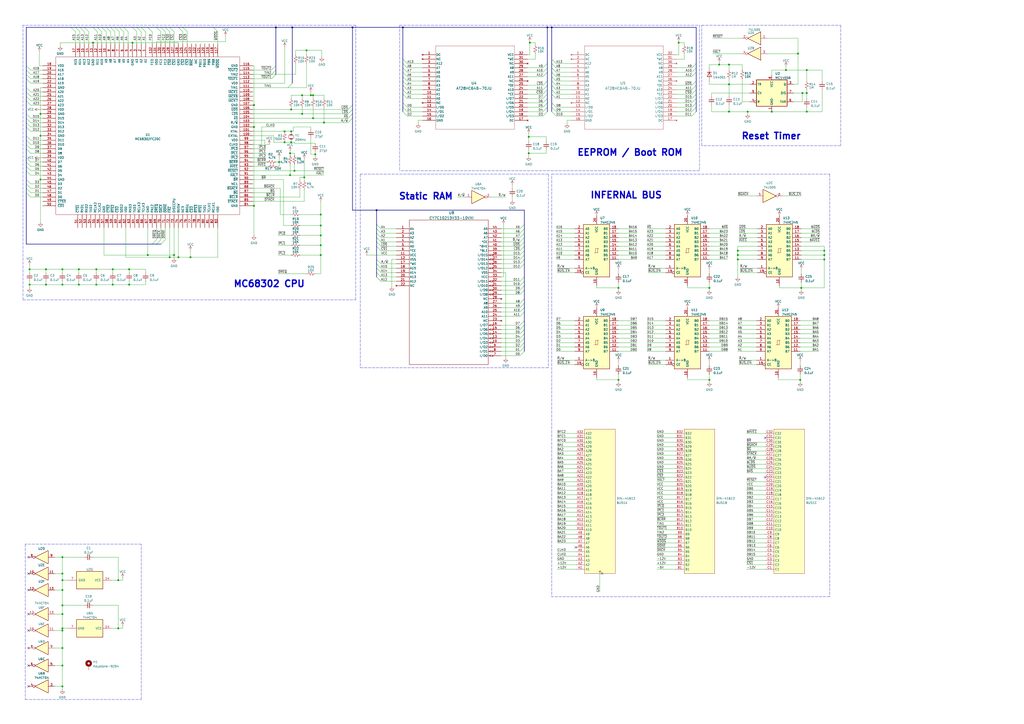
<source format=kicad_sch>
(kicad_sch (version 20211123) (generator eeschema)
  (paper "A2")
  (junction (at 68.58 336.55))
  (junction (at 411.48 220.345))
  (junction (at 168.275 101.6))
  (junction (at 74.93 165.1))
  (junction (at 55.88 156.21))
  (junction (at 168.91 82.55))
  (junction (at 186.055 147.955))
  (junction (at 26.67 156.21))
  (junction (at 74.93 156.21))
  (junction (at 467.995 64.77))
  (junction (at 465.455 53.975))
  (junction (at 110.49 149.225))
  (junction (at 36.195 375.92))
  (junction (at 306.705 88.9))
  (junction (at 181.61 55.245))
  (junction (at 186.055 124.46))
  (junction (at 168.91 63.5))
  (junction (at 68.58 364.49))
  (junction (at 306.705 79.375))
  (junction (at 147.32 119.38))
  (junction (at 17.145 165.1))
  (junction (at 176.53 102.87))
  (junction (at 175.26 55.245))
  (junction (at 422.91 64.77))
  (junction (at 165.1 76.2))
  (junction (at 36.195 336.55))
  (junction (at 455.93 40.64))
  (junction (at 478.155 150.495))
  (junction (at 186.055 130.81))
  (junction (at 464.185 220.345))
  (junction (at 427.99 147.955))
  (junction (at 478.155 147.955))
  (junction (at 320.04 15.875))
  (junction (at 65.405 156.21))
  (junction (at 23.495 104.14))
  (junction (at 467.995 53.975))
  (junction (at 181.61 68.58))
  (junction (at 169.545 15.875))
  (junction (at 36.195 332.74))
  (junction (at 36.195 356.235))
  (junction (at 180.34 55.245))
  (junction (at 36.195 386.08))
  (junction (at 177.8 29.21))
  (junction (at 170.815 99.06))
  (junction (at 23.495 66.04))
  (junction (at 422.91 37.465))
  (junction (at 218.44 121.92))
  (junction (at 317.5 15.875))
  (junction (at 76.835 24.765))
  (junction (at 85.725 147.955))
  (junction (at 36.195 165.1))
  (junction (at 464.82 167.005))
  (junction (at 36.195 398.145))
  (junction (at 23.495 78.74))
  (junction (at 26.67 165.1))
  (junction (at 98.425 149.225))
  (junction (at 36.195 351.155))
  (junction (at 147.32 73.66))
  (junction (at 411.48 167.005))
  (junction (at 422.91 48.895))
  (junction (at 45.72 165.1))
  (junction (at 36.195 342.265))
  (junction (at 45.72 156.21))
  (junction (at 36.195 156.21))
  (junction (at 168.275 88.9))
  (junction (at 186.055 142.24))
  (junction (at 462.915 31.115))
  (junction (at 17.145 156.21))
  (junction (at 168.91 76.2))
  (junction (at 204.47 15.875))
  (junction (at 175.26 66.04))
  (junction (at 36.195 365.76))
  (junction (at 307.34 24.765))
  (junction (at 53.975 24.765))
  (junction (at 36.195 323.215))
  (junction (at 427.99 150.495))
  (junction (at 427.99 145.415))
  (junction (at 36.195 364.49))
  (junction (at 182.88 89.535))
  (junction (at 55.88 165.1))
  (junction (at 65.405 165.1))
  (junction (at 165.1 82.55))
  (junction (at 160.02 15.875))
  (junction (at 447.675 64.77))
  (junction (at 233.68 15.875))
  (junction (at 161.925 93.98))
  (junction (at 147.32 60.96))
  (junction (at 393.7 24.765))
  (junction (at 467.995 40.64))
  (junction (at 358.775 220.345))
  (junction (at 100.965 147.955))
  (junction (at 417.195 37.465))
  (junction (at 358.775 167.005))
  (junction (at 186.055 136.525))
  (junction (at 433.705 64.77))
  (junction (at 187.96 71.12))
  (junction (at 103.505 149.225))
  (junction (at 478.155 145.415))
  (no_connect (at 443.865 254))
  (no_connect (at 443.865 276.86))
  (no_connect (at 334.01 317.5))
  (no_connect (at 16.51 398.145))
  (no_connect (at 16.51 386.08))
  (no_connect (at 16.51 323.215))
  (no_connect (at 16.51 356.235))
  (no_connect (at 16.51 342.265))
  (no_connect (at 16.51 332.74))
  (no_connect (at 16.51 375.92))
  (no_connect (at 16.51 365.76))
  (bus_entry (at 218.44 153.035) (size 2.54 2.54))
  (bus_entry (at 304.165 137.795) (size -2.54 2.54))
  (bus_entry (at 157.4674 43.18) (size 2.54 -2.54))
  (bus_entry (at 304.165 163.195) (size -2.54 2.54))
  (bus_entry (at 401.32 57.15) (size 2.54 -2.54))
  (bus_entry (at 304.165 201.295) (size -2.54 2.54))
  (bus_entry (at 218.44 150.495) (size 2.54 2.54))
  (bus_entry (at 236.22 64.77) (size -2.54 -2.54))
  (bus_entry (at 236.22 67.31) (size -2.54 -2.54))
  (bus_entry (at 236.22 36.83) (size -2.54 -2.54))
  (bus_entry (at 236.22 39.37) (size -2.54 -2.54))
  (bus_entry (at 236.22 46.99) (size -2.54 -2.54))
  (bus_entry (at 236.22 54.61) (size -2.54 -2.54))
  (bus_entry (at 236.22 52.07) (size -2.54 -2.54))
  (bus_entry (at 236.22 41.91) (size -2.54 -2.54))
  (bus_entry (at 236.22 44.45) (size -2.54 -2.54))
  (bus_entry (at 236.22 62.23) (size -2.54 -2.54))
  (bus_entry (at 236.22 57.15) (size -2.54 -2.54))
  (bus_entry (at 236.22 49.53) (size -2.54 -2.54))
  (bus_entry (at 314.96 41.91) (size 2.54 -2.54))
  (bus_entry (at 314.96 44.45) (size 2.54 -2.54))
  (bus_entry (at 314.96 39.37) (size 2.54 -2.54))
  (bus_entry (at 314.96 67.31) (size 2.54 -2.54))
  (bus_entry (at 314.96 52.07) (size 2.54 -2.54))
  (bus_entry (at 314.96 49.53) (size 2.54 -2.54))
  (bus_entry (at 314.96 59.69) (size 2.54 -2.54))
  (bus_entry (at 314.96 62.23) (size 2.54 -2.54))
  (bus_entry (at 314.96 64.77) (size 2.54 -2.54))
  (bus_entry (at 314.96 54.61) (size 2.54 -2.54))
  (bus_entry (at 314.96 57.15) (size 2.54 -2.54))
  (bus_entry (at 304.165 198.755) (size -2.54 2.54))
  (bus_entry (at 304.165 130.175) (size -2.54 2.54))
  (bus_entry (at 201.93 71.12) (size 2.54 -2.54))
  (bus_entry (at 201.93 68.58) (size 2.54 -2.54))
  (bus_entry (at 201.93 66.04) (size 2.54 -2.54))
  (bus_entry (at 201.93 63.5) (size 2.54 -2.54))
  (bus_entry (at 401.32 64.77) (size 2.54 -2.54))
  (bus_entry (at 218.44 140.335) (size 2.54 2.54))
  (bus_entry (at 218.44 142.875) (size 2.54 2.54))
  (bus_entry (at 218.44 130.175) (size 2.54 2.54))
  (bus_entry (at 218.44 132.715) (size 2.54 2.54))
  (bus_entry (at 218.44 135.255) (size 2.54 2.54))
  (bus_entry (at 218.44 137.795) (size 2.54 2.54))
  (bus_entry (at 322.58 54.61) (size -2.54 -2.54))
  (bus_entry (at 401.32 39.37) (size 2.54 -2.54))
  (bus_entry (at 103.505 15.875) (size 2.54 2.54))
  (bus_entry (at 304.165 165.735) (size -2.54 2.54))
  (bus_entry (at 401.32 62.23) (size 2.54 -2.54))
  (bus_entry (at 322.58 52.07) (size -2.54 -2.54))
  (bus_entry (at 304.165 160.655) (size -2.54 2.54))
  (bus_entry (at 167.005 50.8) (size 2.54 -2.54))
  (bus_entry (at 106.045 15.875) (size 2.54 2.54))
  (bus_entry (at 401.32 59.69) (size 2.54 -2.54))
  (bus_entry (at 304.165 140.335) (size -2.54 2.54))
  (bus_entry (at 98.425 15.875) (size 2.54 2.54))
  (bus_entry (at 401.32 67.31) (size 2.54 -2.54))
  (bus_entry (at 304.165 145.415) (size -2.54 2.54))
  (bus_entry (at 218.44 160.655) (size 2.54 2.54))
  (bus_entry (at 322.58 36.83) (size -2.54 -2.54))
  (bus_entry (at 322.58 57.15) (size -2.54 -2.54))
  (bus_entry (at 218.44 155.575) (size 2.54 2.54))
  (bus_entry (at 401.32 49.53) (size 2.54 -2.54))
  (bus_entry (at 401.32 41.91) (size 2.54 -2.54))
  (bus_entry (at 95.885 139.065) (size -2.54 2.54))
  (bus_entry (at 95.885 15.875) (size 2.54 2.54))
  (bus_entry (at 304.165 150.495) (size -2.54 2.54))
  (bus_entry (at 322.58 46.99) (size -2.54 -2.54))
  (bus_entry (at 90.805 15.875) (size 2.54 2.54))
  (bus_entry (at 90.805 139.065) (size -2.54 2.54))
  (bus_entry (at 304.165 178.435) (size -2.54 2.54))
  (bus_entry (at 304.165 168.275) (size -2.54 2.54))
  (bus_entry (at 304.165 180.975) (size -2.54 2.54))
  (bus_entry (at 304.165 135.255) (size -2.54 2.54))
  (bus_entry (at 322.58 64.77) (size -2.54 -2.54))
  (bus_entry (at 304.165 191.135) (size -2.54 2.54))
  (bus_entry (at 304.165 175.895) (size -2.54 2.54))
  (bus_entry (at 304.165 153.035) (size -2.54 2.54))
  (bus_entry (at 41.275 15.875) (size 2.54 2.54))
  (bus_entry (at 43.815 15.875) (size 2.54 2.54))
  (bus_entry (at 53.975 15.875) (size 2.54 2.54))
  (bus_entry (at 56.515 15.875) (size 2.54 2.54))
  (bus_entry (at 64.135 15.875) (size 2.54 2.54))
  (bus_entry (at 61.595 15.875) (size 2.54 2.54))
  (bus_entry (at 59.055 15.875) (size 2.54 2.54))
  (bus_entry (at 46.355 15.875) (size 2.54 2.54))
  (bus_entry (at 48.895 15.875) (size 2.54 2.54))
  (bus_entry (at 17.78 45.72) (size -2.54 -2.54))
  (bus_entry (at 17.78 48.26) (size -2.54 -2.54))
  (bus_entry (at 17.78 43.18) (size -2.54 -2.54))
  (bus_entry (at 17.78 53.34) (size -2.54 -2.54))
  (bus_entry (at 17.78 55.88) (size -2.54 -2.54))
  (bus_entry (at 17.78 58.42) (size -2.54 -2.54))
  (bus_entry (at 17.78 60.96) (size -2.54 -2.54))
  (bus_entry (at 17.78 40.64) (size -2.54 -2.54))
  (bus_entry (at 69.215 15.875) (size 2.54 2.54))
  (bus_entry (at 66.675 15.875) (size 2.54 2.54))
  (bus_entry (at 81.915 15.875) (size 2.54 2.54))
  (bus_entry (at 71.755 15.875) (size 2.54 2.54))
  (bus_entry (at 79.375 15.875) (size 2.54 2.54))
  (bus_entry (at 76.835 15.875) (size 2.54 2.54))
  (bus_entry (at 17.78 114.3) (size -2.54 -2.54))
  (bus_entry (at 17.78 111.76) (size -2.54 -2.54))
  (bus_entry (at 17.78 109.22) (size -2.54 -2.54))
  (bus_entry (at 17.78 101.6) (size -2.54 -2.54))
  (bus_entry (at 17.78 106.68) (size -2.54 -2.54))
  (bus_entry (at 17.78 68.58) (size -2.54 -2.54))
  (bus_entry (at 17.78 71.12) (size -2.54 -2.54))
  (bus_entry (at 17.78 73.66) (size -2.54 -2.54))
  (bus_entry (at 17.78 81.28) (size -2.54 -2.54))
  (bus_entry (at 17.78 83.82) (size -2.54 -2.54))
  (bus_entry (at 17.78 76.2) (size -2.54 -2.54))
  (bus_entry (at 17.78 96.52) (size -2.54 -2.54))
  (bus_entry (at 17.78 99.06) (size -2.54 -2.54))
  (bus_entry (at 17.78 93.98) (size -2.54 -2.54))
  (bus_entry (at 17.78 86.36) (size -2.54 -2.54))
  (bus_entry (at 17.78 88.9) (size -2.54 -2.54))
  (bus_entry (at 401.32 52.07) (size 2.54 -2.54))
  (bus_entry (at 123.825 15.875) (size 2.54 2.54))
  (bus_entry (at 304.165 173.355) (size -2.54 2.54))
  (bus_entry (at 401.32 54.61) (size 2.54 -2.54))
  (bus_entry (at 401.32 44.45) (size 2.54 -2.54))
  (bus_entry (at 304.165 147.955) (size -2.54 2.54))
  (bus_entry (at 322.58 39.37) (size -2.54 -2.54))
  (bus_entry (at 304.165 186.055) (size -2.54 2.54))
  (bus_entry (at 218.44 158.115) (size 2.54 2.54))
  (bus_entry (at 304.165 188.595) (size -2.54 2.54))
  (bus_entry (at 304.165 132.715) (size -2.54 2.54))
  (bus_entry (at 322.58 62.23) (size -2.54 -2.54))
  (bus_entry (at 93.345 139.065) (size -2.54 2.54))
  (bus_entry (at 322.58 67.31) (size -2.54 -2.54))
  (bus_entry (at 322.58 41.91) (size -2.54 -2.54))
  (bus_entry (at 85.725 15.875) (size 2.54 2.54))
  (bus_entry (at 304.165 203.835) (size -2.54 2.54))
  (bus_entry (at 304.165 193.675) (size -2.54 2.54))
  (bus_entry (at 93.345 15.875) (size 2.54 2.54))
  (bus_entry (at 322.58 49.53) (size -2.54 -2.54))
  (bus_entry (at 304.165 142.875) (size -2.54 2.54))
  (bus_entry (at 322.58 44.45) (size -2.54 -2.54))
  (bus_entry (at 157.48 45.72) (size 2.54 -2.54))
  (bus_entry (at 157.48 40.64) (size 2.54 -2.54))
  (bus_entry (at 304.165 196.215) (size -2.54 2.54))
  (bus (pts (xy 304.165 165.735) (xy 304.165 163.195)))
  (wire (pts (xy 290.83 170.815) (xy 301.625 170.815)))
  (wire (pts (xy 175.26 55.245) (xy 180.34 55.245)))
  (wire (pts (xy 428.625 137.795) (xy 439.42 137.795)))
  (bus (pts (xy 403.86 46.99) (xy 403.86 41.91)))
  (wire (pts (xy 306.705 88.9) (xy 306.705 90.805)))
  (wire (pts (xy 467.995 62.23) (xy 467.995 64.77)))
  (wire (pts (xy 422.91 60.96) (xy 422.91 64.77)))
  (bus (pts (xy 317.5 57.15) (xy 317.5 59.69)))
  (wire (pts (xy 460.375 53.975) (xy 465.455 53.975)))
  (wire (pts (xy 358.775 156.21) (xy 358.775 158.75)))
  (wire (pts (xy 433.705 64.77) (xy 433.705 66.04)))
  (wire (pts (xy 381 317.5) (xy 391.795 317.5)))
  (wire (pts (xy 180.34 55.245) (xy 181.61 55.245)))
  (wire (pts (xy 26.67 163.195) (xy 26.67 165.1)))
  (wire (pts (xy 422.275 145.415) (xy 411.48 145.415)))
  (wire (pts (xy 290.83 188.595) (xy 301.625 188.595)))
  (wire (pts (xy 126.365 132.08) (xy 126.365 149.225)))
  (wire (pts (xy 433.07 281.94) (xy 443.865 281.94)))
  (wire (pts (xy 236.22 57.15) (xy 245.11 57.15)))
  (polyline (pts (xy 481.33 346.075) (xy 320.04 346.075)))
  (wire (pts (xy 23.495 66.04) (xy 23.495 78.74)))
  (wire (pts (xy 31.75 375.92) (xy 36.195 375.92)))
  (bus (pts (xy 43.815 15.875) (xy 46.355 15.875)))
  (wire (pts (xy 170.815 90.17) (xy 170.815 88.9)))
  (wire (pts (xy 392.43 39.37) (xy 401.32 39.37)))
  (wire (pts (xy 375.285 188.595) (xy 386.08 188.595)))
  (wire (pts (xy 71.12 335.28) (xy 71.12 336.55)))
  (wire (pts (xy 323.215 314.96) (xy 334.01 314.96)))
  (wire (pts (xy 323.215 320.04) (xy 334.01 320.04)))
  (wire (pts (xy 26.67 156.21) (xy 26.67 158.115)))
  (wire (pts (xy 146.685 88.9) (xy 154.305 88.9)))
  (wire (pts (xy 381 294.64) (xy 391.795 294.64)))
  (wire (pts (xy 71.755 25.4) (xy 71.755 18.415)))
  (wire (pts (xy 36.195 163.195) (xy 36.195 165.1)))
  (wire (pts (xy 323.215 279.4) (xy 334.01 279.4)))
  (wire (pts (xy 381 307.34) (xy 391.795 307.34)))
  (wire (pts (xy 53.975 24.765) (xy 34.925 24.765)))
  (wire (pts (xy 173.99 142.24) (xy 186.055 142.24)))
  (wire (pts (xy 307.34 24.765) (xy 310.515 24.765)))
  (polyline (pts (xy 318.135 100.965) (xy 318.135 213.36)))
  (bus (pts (xy 317.5 41.91) (xy 317.5 46.99)))
  (wire (pts (xy 151.765 83.82) (xy 146.685 83.82)))
  (wire (pts (xy 17.78 96.52) (xy 24.765 96.52)))
  (polyline (pts (xy 208.915 100.965) (xy 208.915 213.36)))
  (wire (pts (xy 146.685 91.44) (xy 154.305 91.44)))
  (bus (pts (xy 46.355 15.875) (xy 48.895 15.875)))
  (wire (pts (xy 323.215 327.66) (xy 334.01 327.66)))
  (wire (pts (xy 31.75 323.215) (xy 36.195 323.215)))
  (bus (pts (xy 403.86 57.15) (xy 403.86 54.61)))
  (wire (pts (xy 23.495 104.14) (xy 24.765 104.14)))
  (wire (pts (xy 186.055 116.84) (xy 186.055 124.46)))
  (wire (pts (xy 17.78 114.3) (xy 24.765 114.3)))
  (wire (pts (xy 65.405 165.1) (xy 55.88 165.1)))
  (wire (pts (xy 433.07 304.8) (xy 443.865 304.8)))
  (wire (pts (xy 43.815 25.4) (xy 43.815 18.415)))
  (bus (pts (xy 233.68 59.69) (xy 233.68 62.23)))
  (wire (pts (xy 476.885 46.99) (xy 476.885 40.64)))
  (polyline (pts (xy 81.915 405.765) (xy 81.915 315.595)))
  (wire (pts (xy 455.93 40.64) (xy 455.93 38.735)))
  (wire (pts (xy 176.53 102.87) (xy 176.53 104.775)))
  (wire (pts (xy 433.1413 317.5) (xy 443.865 317.5)))
  (wire (pts (xy 464.82 150.495) (xy 478.155 150.495)))
  (polyline (pts (xy 405.765 14.605) (xy 405.765 99.06)))
  (bus (pts (xy 317.5 49.53) (xy 317.5 52.07)))
  (wire (pts (xy 236.22 44.45) (xy 245.11 44.45)))
  (wire (pts (xy 381 304.8) (xy 391.795 304.8)))
  (wire (pts (xy 95.885 25.4) (xy 95.885 18.415)))
  (wire (pts (xy 236.22 41.91) (xy 245.11 41.91)))
  (wire (pts (xy 433.07 259.08) (xy 443.865 259.08)))
  (bus (pts (xy 304.165 137.795) (xy 304.165 135.255)))
  (wire (pts (xy 48.895 351.155) (xy 36.195 351.155)))
  (bus (pts (xy 98.425 15.875) (xy 103.505 15.875)))
  (bus (pts (xy 304.165 145.415) (xy 304.165 142.875)))
  (wire (pts (xy 322.58 203.835) (xy 333.375 203.835)))
  (wire (pts (xy 26.67 165.1) (xy 17.145 165.1)))
  (bus (pts (xy 48.895 15.875) (xy 53.975 15.875)))
  (wire (pts (xy 168.275 87.63) (xy 168.275 88.9)))
  (wire (pts (xy 220.98 155.575) (xy 229.87 155.575)))
  (wire (pts (xy 126.365 149.225) (xy 110.49 149.225)))
  (wire (pts (xy 186.055 124.46) (xy 186.055 130.81)))
  (bus (pts (xy 204.47 60.96) (xy 204.47 63.5)))
  (bus (pts (xy 320.04 15.875) (xy 320.04 34.29)))
  (wire (pts (xy 53.975 25.4) (xy 53.975 24.765)))
  (wire (pts (xy 147.32 38.1) (xy 147.32 60.96)))
  (wire (pts (xy 55.88 163.195) (xy 55.88 165.1)))
  (wire (pts (xy 422.275 198.755) (xy 411.48 198.755)))
  (wire (pts (xy 290.83 191.135) (xy 301.625 191.135)))
  (wire (pts (xy 306.07 59.69) (xy 314.96 59.69)))
  (wire (pts (xy 31.75 398.145) (xy 36.195 398.145)))
  (wire (pts (xy 323.215 302.26) (xy 334.01 302.26)))
  (wire (pts (xy 236.22 52.07) (xy 245.11 52.07)))
  (wire (pts (xy 36.195 364.49) (xy 36.195 365.76)))
  (wire (pts (xy 45.72 163.195) (xy 45.72 165.1)))
  (wire (pts (xy 422.275 203.835) (xy 411.48 203.835)))
  (wire (pts (xy 59.055 25.4) (xy 59.055 18.415)))
  (wire (pts (xy 411.48 209.55) (xy 411.48 212.09)))
  (bus (pts (xy 233.68 52.07) (xy 233.68 54.61)))
  (wire (pts (xy 290.83 153.035) (xy 301.625 153.035)))
  (wire (pts (xy 398.78 167.005) (xy 411.48 167.005)))
  (wire (pts (xy 422.91 37.465) (xy 417.195 37.465)))
  (wire (pts (xy 290.83 135.255) (xy 301.625 135.255)))
  (wire (pts (xy 55.88 165.1) (xy 45.72 165.1)))
  (wire (pts (xy 17.78 76.2) (xy 24.765 76.2)))
  (wire (pts (xy 452.12 167.005) (xy 464.82 167.005)))
  (wire (pts (xy 22.86 38.1) (xy 24.765 38.1)))
  (wire (pts (xy 170.18 76.2) (xy 168.91 76.2)))
  (polyline (pts (xy 81.915 315.595) (xy 14.605 315.595)))
  (wire (pts (xy 165.1 76.2) (xy 168.91 76.2)))
  (wire (pts (xy 467.995 52.07) (xy 467.995 53.975)))
  (wire (pts (xy 227.33 166.37) (xy 227.33 150.495)))
  (bus (pts (xy 317.5 36.83) (xy 317.5 39.37)))
  (bus (pts (xy 71.755 15.875) (xy 76.835 15.875)))
  (wire (pts (xy 422.275 196.215) (xy 411.48 196.215)))
  (wire (pts (xy 36.195 323.215) (xy 36.195 332.74)))
  (wire (pts (xy 478.155 142.875) (xy 478.155 145.415)))
  (wire (pts (xy 427.99 193.675) (xy 438.785 193.675)))
  (wire (pts (xy 158.75 78.74) (xy 158.75 82.55)))
  (wire (pts (xy 323.215 254) (xy 334.01 254)))
  (bus (pts (xy 304.165 180.975) (xy 304.165 178.435)))
  (wire (pts (xy 290.83 183.515) (xy 301.625 183.515)))
  (wire (pts (xy 146.685 78.74) (xy 158.75 78.74)))
  (wire (pts (xy 447.675 64.77) (xy 433.705 64.77)))
  (wire (pts (xy 162.56 124.46) (xy 168.91 124.46)))
  (wire (pts (xy 60.325 147.955) (xy 85.725 147.955)))
  (bus (pts (xy 15.24 55.88) (xy 15.24 53.34)))
  (wire (pts (xy 186.055 147.955) (xy 186.055 142.24)))
  (wire (pts (xy 146.685 93.98) (xy 154.94 93.98)))
  (wire (pts (xy 17.78 53.34) (xy 24.765 53.34)))
  (wire (pts (xy 26.67 156.21) (xy 17.145 156.21)))
  (wire (pts (xy 323.215 312.42) (xy 334.01 312.42)))
  (wire (pts (xy 153.67 83.82) (xy 156.21 83.82)))
  (wire (pts (xy 358.775 167.005) (xy 358.775 168.275)))
  (wire (pts (xy 375.285 135.255) (xy 386.08 135.255)))
  (wire (pts (xy 323.215 211.455) (xy 333.375 211.455)))
  (wire (pts (xy 381 287.02) (xy 391.795 287.02)))
  (wire (pts (xy 322.58 147.955) (xy 333.375 147.955)))
  (bus (pts (xy 233.68 46.99) (xy 233.68 49.53)))
  (wire (pts (xy 346.075 220.345) (xy 358.775 220.345)))
  (wire (pts (xy 411.48 48.895) (xy 411.48 46.99)))
  (wire (pts (xy 433.07 289.56) (xy 443.865 289.56)))
  (wire (pts (xy 17.78 106.68) (xy 24.765 106.68)))
  (bus (pts (xy 320.04 52.07) (xy 320.04 54.61)))
  (wire (pts (xy 245.11 69.85) (xy 242.57 69.85)))
  (wire (pts (xy 186.055 136.525) (xy 186.055 130.81)))
  (wire (pts (xy 422.275 201.295) (xy 411.48 201.295)))
  (wire (pts (xy 323.215 309.88) (xy 334.01 309.88)))
  (wire (pts (xy 290.83 180.975) (xy 301.625 180.975)))
  (bus (pts (xy 403.86 15.875) (xy 320.04 15.875)))
  (wire (pts (xy 322.58 145.415) (xy 333.375 145.415)))
  (bus (pts (xy 15.24 106.68) (xy 15.24 104.14)))
  (wire (pts (xy 316.865 81.915) (xy 316.865 79.375)))
  (wire (pts (xy 381 276.86) (xy 391.795 276.86)))
  (wire (pts (xy 180.34 55.245) (xy 180.34 53.34)))
  (polyline (pts (xy 231.775 14.605) (xy 231.775 99.06)))
  (wire (pts (xy 445.135 22.225) (xy 462.915 22.225)))
  (wire (pts (xy 84.455 25.4) (xy 84.455 18.415)))
  (bus (pts (xy 320.04 41.91) (xy 320.04 44.45)))
  (wire (pts (xy 411.48 167.005) (xy 411.48 168.275)))
  (wire (pts (xy 464.82 156.21) (xy 464.82 158.75)))
  (wire (pts (xy 65.405 163.195) (xy 65.405 165.1)))
  (wire (pts (xy 168.91 63.5) (xy 201.93 63.5)))
  (wire (pts (xy 375.92 211.455) (xy 386.08 211.455)))
  (bus (pts (xy 320.04 15.875) (xy 317.5 15.875)))
  (wire (pts (xy 422.275 137.795) (xy 411.48 137.795)))
  (bus (pts (xy 320.04 59.69) (xy 320.04 62.23)))
  (wire (pts (xy 323.215 294.64) (xy 334.01 294.64)))
  (wire (pts (xy 381 330.2) (xy 391.795 330.2)))
  (wire (pts (xy 173.99 147.955) (xy 186.055 147.955)))
  (polyline (pts (xy 206.375 14.605) (xy 13.335 14.605)))
  (wire (pts (xy 45.72 156.21) (xy 45.72 158.115)))
  (wire (pts (xy 227.33 150.495) (xy 229.87 150.495)))
  (wire (pts (xy 98.425 149.225) (xy 103.505 149.225)))
  (wire (pts (xy 76.835 24.765) (xy 53.975 24.765)))
  (wire (pts (xy 358.775 209.55) (xy 358.775 212.09)))
  (wire (pts (xy 17.78 40.64) (xy 24.765 40.64)))
  (bus (pts (xy 15.24 109.22) (xy 15.24 106.68)))
  (wire (pts (xy 433.07 287.02) (xy 443.865 287.02)))
  (wire (pts (xy 475.615 137.795) (xy 464.82 137.795)))
  (bus (pts (xy 403.86 41.91) (xy 403.86 39.37)))
  (wire (pts (xy 369.57 191.135) (xy 358.775 191.135)))
  (wire (pts (xy 306.07 31.75) (xy 307.34 31.75)))
  (wire (pts (xy 323.215 325.12) (xy 334.01 325.12)))
  (wire (pts (xy 310.515 26.035) (xy 310.515 24.765)))
  (wire (pts (xy 381 320.04) (xy 391.795 320.04)))
  (wire (pts (xy 17.78 109.22) (xy 24.765 109.22)))
  (wire (pts (xy 159.385 73.66) (xy 151.765 73.66)))
  (wire (pts (xy 392.43 52.07) (xy 401.32 52.07)))
  (wire (pts (xy 290.83 163.195) (xy 301.625 163.195)))
  (wire (pts (xy 381 314.96) (xy 391.795 314.96)))
  (wire (pts (xy 322.58 62.23) (xy 331.47 62.23)))
  (wire (pts (xy 392.43 64.77) (xy 401.32 64.77)))
  (wire (pts (xy 347.98 343.535) (xy 347.98 332.74)))
  (wire (pts (xy 292.1 130.175) (xy 292.1 160.655)))
  (bus (pts (xy 320.04 44.45) (xy 320.04 46.99)))
  (bus (pts (xy 233.68 15.875) (xy 204.47 15.875)))
  (wire (pts (xy 17.145 153.67) (xy 17.145 156.21)))
  (wire (pts (xy 236.22 49.53) (xy 245.11 49.53)))
  (wire (pts (xy 146.685 38.1) (xy 147.32 38.1)))
  (bus (pts (xy 169.545 15.875) (xy 204.47 15.875)))
  (wire (pts (xy 146.685 81.28) (xy 153.67 81.28)))
  (wire (pts (xy 433.07 279.4) (xy 443.865 279.4)))
  (bus (pts (xy 320.04 49.53) (xy 320.04 52.07)))
  (polyline (pts (xy 407.035 14.605) (xy 427.355 14.605)))
  (wire (pts (xy 36.195 332.74) (xy 36.195 336.55)))
  (wire (pts (xy 429.26 158.115) (xy 439.42 158.115)))
  (wire (pts (xy 433.07 327.66) (xy 443.865 327.66)))
  (bus (pts (xy 403.86 36.83) (xy 403.86 15.875)))
  (wire (pts (xy 74.93 163.195) (xy 74.93 165.1)))
  (wire (pts (xy 147.32 73.66) (xy 147.32 119.38)))
  (wire (pts (xy 474.98 198.755) (xy 464.185 198.755)))
  (wire (pts (xy 322.58 193.675) (xy 333.375 193.675)))
  (wire (pts (xy 381 322.58) (xy 391.795 322.58)))
  (bus (pts (xy 320.04 36.83) (xy 320.04 39.37)))
  (wire (pts (xy 464.185 220.345) (xy 464.185 221.615)))
  (wire (pts (xy 427.99 150.495) (xy 439.42 150.495)))
  (wire (pts (xy 433.07 302.26) (xy 443.865 302.26)))
  (bus (pts (xy 304.165 186.055) (xy 304.165 180.975)))
  (wire (pts (xy 422.91 37.465) (xy 430.53 37.465)))
  (wire (pts (xy 422.91 40.64) (xy 422.91 37.465)))
  (wire (pts (xy 375.92 155.575) (xy 386.08 155.575)))
  (bus (pts (xy 15.24 93.98) (xy 15.24 91.44)))
  (wire (pts (xy 427.99 150.495) (xy 427.99 160.655)))
  (polyline (pts (xy 320.04 124.46) (xy 320.04 100.965)))
  (wire (pts (xy 464.82 163.83) (xy 464.82 167.005)))
  (wire (pts (xy 322.58 196.215) (xy 333.375 196.215)))
  (wire (pts (xy 146.685 101.6) (xy 168.275 101.6)))
  (wire (pts (xy 180.34 73.66) (xy 170.18 73.66)))
  (wire (pts (xy 430.53 45.72) (xy 430.53 59.055)))
  (wire (pts (xy 412.75 60.96) (xy 412.75 64.77)))
  (wire (pts (xy 427.99 191.135) (xy 438.785 191.135)))
  (wire (pts (xy 236.22 64.77) (xy 245.11 64.77)))
  (wire (pts (xy 392.43 31.75) (xy 393.7 31.75)))
  (wire (pts (xy 427.99 113.665) (xy 438.785 113.665)))
  (wire (pts (xy 173.99 104.775) (xy 173.99 102.87)))
  (wire (pts (xy 369.57 186.055) (xy 358.775 186.055)))
  (wire (pts (xy 323.215 287.02) (xy 334.01 287.02)))
  (bus (pts (xy 304.165 178.435) (xy 304.165 175.895)))
  (wire (pts (xy 17.78 99.06) (xy 24.765 99.06)))
  (wire (pts (xy 381 327.66) (xy 391.795 327.66)))
  (wire (pts (xy 428.625 132.715) (xy 439.42 132.715)))
  (wire (pts (xy 323.215 261.62) (xy 334.01 261.62)))
  (bus (pts (xy 15.24 83.82) (xy 15.24 81.28)))
  (wire (pts (xy 306.07 57.15) (xy 314.96 57.15)))
  (wire (pts (xy 48.895 323.215) (xy 36.195 323.215)))
  (wire (pts (xy 73.025 132.08) (xy 73.025 149.225)))
  (wire (pts (xy 411.48 217.17) (xy 411.48 220.345)))
  (wire (pts (xy 23.495 78.74) (xy 24.765 78.74)))
  (wire (pts (xy 369.57 137.795) (xy 358.775 137.795)))
  (wire (pts (xy 433.07 274.32) (xy 443.865 274.32)))
  (wire (pts (xy 433.07 307.34) (xy 443.865 307.34)))
  (wire (pts (xy 65.405 156.21) (xy 65.405 158.115)))
  (wire (pts (xy 146.685 104.14) (xy 164.465 104.14)))
  (wire (pts (xy 328.93 69.85) (xy 328.93 71.755)))
  (wire (pts (xy 433.07 320.04) (xy 443.865 320.04)))
  (bus (pts (xy 15.24 111.76) (xy 15.24 109.22)))
  (wire (pts (xy 433.07 271.78) (xy 443.865 271.78)))
  (wire (pts (xy 346.075 219.075) (xy 346.075 220.345)))
  (wire (pts (xy 297.18 107.315) (xy 297.18 109.22)))
  (wire (pts (xy 55.88 156.21) (xy 45.72 156.21)))
  (wire (pts (xy 79.375 25.4) (xy 79.375 18.415)))
  (wire (pts (xy 478.155 145.415) (xy 478.155 147.955)))
  (bus (pts (xy 403.86 52.07) (xy 403.86 49.53)))
  (wire (pts (xy 323.215 304.8) (xy 334.01 304.8)))
  (wire (pts (xy 392.43 41.91) (xy 401.32 41.91)))
  (wire (pts (xy 74.93 165.1) (xy 65.405 165.1)))
  (bus (pts (xy 15.24 53.34) (xy 15.24 50.8)))
  (wire (pts (xy 170.815 95.25) (xy 170.815 99.06)))
  (bus (pts (xy 304.165 150.495) (xy 304.165 147.955)))
  (bus (pts (xy 123.825 15.875) (xy 160.02 15.875)))
  (wire (pts (xy 23.495 50.8) (xy 23.495 66.04)))
  (wire (pts (xy 476.885 52.07) (xy 476.885 64.77)))
  (bus (pts (xy 61.595 15.875) (xy 64.135 15.875)))
  (wire (pts (xy 413.385 22.225) (xy 429.895 22.225)))
  (wire (pts (xy 146.685 45.72) (xy 157.48 45.72)))
  (wire (pts (xy 411.48 156.21) (xy 411.48 158.75)))
  (bus (pts (xy 218.44 137.795) (xy 218.44 140.335)))
  (bus (pts (xy 15.24 50.8) (xy 15.24 45.72)))
  (wire (pts (xy 369.57 147.955) (xy 358.775 147.955)))
  (bus (pts (xy 15.24 15.875) (xy 41.275 15.875)))
  (wire (pts (xy 381 302.26) (xy 391.795 302.26)))
  (wire (pts (xy 381 289.56) (xy 391.795 289.56)))
  (wire (pts (xy 375.285 196.215) (xy 386.08 196.215)))
  (bus (pts (xy 218.44 153.035) (xy 218.44 155.575)))
  (wire (pts (xy 375.285 150.495) (xy 386.08 150.495)))
  (wire (pts (xy 467.995 53.975) (xy 467.995 57.15)))
  (bus (pts (xy 304.165 142.875) (xy 304.165 140.335)))
  (wire (pts (xy 411.48 163.83) (xy 411.48 167.005)))
  (wire (pts (xy 17.78 60.96) (xy 24.765 60.96)))
  (wire (pts (xy 375.285 132.715) (xy 386.08 132.715)))
  (polyline (pts (xy 231.775 14.605) (xy 405.765 14.605)))
  (wire (pts (xy 64.77 336.55) (xy 68.58 336.55)))
  (wire (pts (xy 36.195 364.49) (xy 39.37 364.49)))
  (wire (pts (xy 474.98 196.215) (xy 464.185 196.215)))
  (bus (pts (xy 218.44 135.255) (xy 218.44 137.795)))
  (wire (pts (xy 464.82 167.005) (xy 464.82 168.275)))
  (bus (pts (xy 106.045 15.875) (xy 123.825 15.875)))
  (wire (pts (xy 170.18 73.66) (xy 170.18 76.2)))
  (wire (pts (xy 236.22 67.31) (xy 245.11 67.31)))
  (wire (pts (xy 464.185 209.55) (xy 464.185 212.09)))
  (wire (pts (xy 396.875 34.29) (xy 396.875 31.115)))
  (wire (pts (xy 375.285 147.955) (xy 386.08 147.955)))
  (bus (pts (xy 304.165 193.675) (xy 304.165 191.135)))
  (wire (pts (xy 157.4674 43.18) (xy 160.02 43.18)))
  (polyline (pts (xy 481.33 100.965) (xy 481.33 346.075)))
  (wire (pts (xy 100.965 147.955) (xy 100.965 149.86)))
  (wire (pts (xy 165.1 76.2) (xy 165.1 76.835)))
  (wire (pts (xy 180.34 89.535) (xy 182.88 89.535)))
  (wire (pts (xy 346.075 165.735) (xy 346.075 167.005)))
  (wire (pts (xy 322.58 186.055) (xy 333.375 186.055)))
  (bus (pts (xy 304.165 196.215) (xy 304.165 193.675)))
  (wire (pts (xy 369.57 150.495) (xy 358.775 150.495)))
  (wire (pts (xy 181.61 62.23) (xy 181.61 68.58)))
  (wire (pts (xy 422.275 142.875) (xy 411.48 142.875)))
  (wire (pts (xy 375.285 203.835) (xy 386.08 203.835)))
  (bus (pts (xy 204.47 63.5) (xy 204.47 66.04)))
  (wire (pts (xy 474.98 186.055) (xy 464.185 186.055)))
  (polyline (pts (xy 405.765 99.06) (xy 231.775 99.06)))
  (wire (pts (xy 381 312.42) (xy 391.795 312.42)))
  (wire (pts (xy 146.685 63.5) (xy 168.91 63.5)))
  (bus (pts (xy 317.5 54.61) (xy 317.5 57.15)))
  (wire (pts (xy 381 274.32) (xy 391.795 274.32)))
  (wire (pts (xy 433.07 294.64) (xy 443.865 294.64)))
  (wire (pts (xy 73.025 149.225) (xy 98.425 149.225)))
  (wire (pts (xy 290.83 178.435) (xy 301.625 178.435)))
  (wire (pts (xy 165.1 82.55) (xy 165.1 81.915)))
  (bus (pts (xy 15.24 104.14) (xy 15.24 99.06)))
  (wire (pts (xy 103.505 149.225) (xy 110.49 149.225)))
  (wire (pts (xy 322.58 44.45) (xy 331.47 44.45)))
  (wire (pts (xy 167.005 50.8) (xy 177.8 50.8)))
  (wire (pts (xy 186.055 147.955) (xy 186.055 158.75)))
  (wire (pts (xy 381 279.4) (xy 391.795 279.4)))
  (bus (pts (xy 304.165 191.135) (xy 304.165 188.595)))
  (wire (pts (xy 147.32 119.38) (xy 147.32 136.525)))
  (polyline (pts (xy 427.355 14.605) (xy 487.68 14.605)))
  (wire (pts (xy 392.43 49.53) (xy 401.32 49.53)))
  (wire (pts (xy 17.78 55.88) (xy 24.765 55.88)))
  (wire (pts (xy 474.98 203.835) (xy 464.185 203.835)))
  (wire (pts (xy 433.07 256.54) (xy 443.865 256.54)))
  (wire (pts (xy 187.96 71.12) (xy 201.93 71.12)))
  (wire (pts (xy 398.78 165.735) (xy 398.78 167.005)))
  (wire (pts (xy 36.195 336.55) (xy 39.37 336.55)))
  (wire (pts (xy 95.885 132.08) (xy 95.885 139.065)))
  (wire (pts (xy 106.045 25.4) (xy 106.045 18.415)))
  (wire (pts (xy 381 297.18) (xy 391.795 297.18)))
  (bus (pts (xy 233.68 44.45) (xy 233.68 46.99)))
  (wire (pts (xy 392.43 67.31) (xy 401.32 67.31)))
  (wire (pts (xy 146.685 68.58) (xy 181.61 68.58)))
  (bus (pts (xy 69.215 15.875) (xy 71.755 15.875)))
  (bus (pts (xy 304.165 132.715) (xy 304.165 130.175)))
  (wire (pts (xy 168.91 55.245) (xy 175.26 55.245)))
  (wire (pts (xy 17.145 156.21) (xy 17.145 158.115)))
  (wire (pts (xy 411.48 39.37) (xy 411.48 37.465)))
  (wire (pts (xy 74.295 25.4) (xy 74.295 18.415)))
  (wire (pts (xy 220.98 142.875) (xy 229.87 142.875)))
  (wire (pts (xy 24.765 63.5) (xy 22.86 63.5)))
  (wire (pts (xy 290.83 145.415) (xy 301.625 145.415)))
  (wire (pts (xy 175.26 62.23) (xy 175.26 66.04)))
  (bus (pts (xy 15.24 78.74) (xy 15.24 73.66)))
  (wire (pts (xy 323.215 299.72) (xy 334.01 299.72)))
  (wire (pts (xy 455.93 40.64) (xy 467.995 40.64)))
  (wire (pts (xy 146.685 71.12) (xy 187.96 71.12)))
  (wire (pts (xy 307.34 24.13) (xy 307.34 24.765)))
  (wire (pts (xy 433.07 330.2) (xy 443.865 330.2)))
  (wire (pts (xy 56.515 25.4) (xy 56.515 18.415)))
  (wire (pts (xy 422.91 48.895) (xy 422.91 55.88)))
  (wire (pts (xy 170.815 99.06) (xy 187.96 99.06)))
  (wire (pts (xy 161.29 158.75) (xy 177.8 158.75)))
  (bus (pts (xy 15.24 96.52) (xy 15.24 93.98)))
  (wire (pts (xy 153.67 81.28) (xy 153.67 83.82)))
  (wire (pts (xy 64.77 364.49) (xy 68.58 364.49)))
  (wire (pts (xy 464.82 142.875) (xy 478.155 142.875)))
  (bus (pts (xy 403.86 39.37) (xy 403.86 36.83)))
  (wire (pts (xy 17.78 48.26) (xy 24.765 48.26)))
  (wire (pts (xy 433.07 264.16) (xy 443.865 264.16)))
  (wire (pts (xy 173.99 102.87) (xy 176.53 102.87)))
  (bus (pts (xy 59.055 15.875) (xy 61.595 15.875)))
  (wire (pts (xy 381 269.24) (xy 391.795 269.24)))
  (wire (pts (xy 428.625 140.335) (xy 439.42 140.335)))
  (wire (pts (xy 17.78 101.6) (xy 24.765 101.6)))
  (wire (pts (xy 24.765 91.44) (xy 22.86 91.44)))
  (bus (pts (xy 317.5 15.875) (xy 317.5 36.83)))
  (wire (pts (xy 427.99 186.055) (xy 438.785 186.055)))
  (wire (pts (xy 69.215 25.4) (xy 69.215 18.415)))
  (wire (pts (xy 433.07 251.46) (xy 443.865 251.46)))
  (wire (pts (xy 186.69 29.21) (xy 177.8 29.21)))
  (wire (pts (xy 171.45 43.18) (xy 171.45 36.83)))
  (bus (pts (xy 403.86 62.23) (xy 403.86 59.69)))
  (wire (pts (xy 322.58 191.135) (xy 333.375 191.135)))
  (wire (pts (xy 290.83 147.955) (xy 301.625 147.955)))
  (wire (pts (xy 290.83 196.215) (xy 301.625 196.215)))
  (wire (pts (xy 451.485 220.345) (xy 464.185 220.345)))
  (wire (pts (xy 51.435 25.4) (xy 51.435 18.415)))
  (wire (pts (xy 17.78 81.28) (xy 24.765 81.28)))
  (wire (pts (xy 427.99 188.595) (xy 438.785 188.595)))
  (wire (pts (xy 220.98 158.115) (xy 229.87 158.115)))
  (wire (pts (xy 323.215 297.18) (xy 334.01 297.18)))
  (wire (pts (xy 181.61 55.245) (xy 187.96 55.245)))
  (bus (pts (xy 218.44 132.715) (xy 218.44 135.255)))
  (wire (pts (xy 146.685 96.52) (xy 155.575 96.52)))
  (wire (pts (xy 84.455 165.1) (xy 74.93 165.1)))
  (wire (pts (xy 322.58 54.61) (xy 331.47 54.61)))
  (polyline (pts (xy 13.335 14.605) (xy 13.335 173.99)))
  (wire (pts (xy 322.58 46.99) (xy 331.47 46.99)))
  (wire (pts (xy 17.78 73.66) (xy 24.765 73.66)))
  (wire (pts (xy 369.57 188.595) (xy 358.775 188.595)))
  (wire (pts (xy 85.725 147.955) (xy 100.965 147.955)))
  (wire (pts (xy 322.58 137.795) (xy 333.375 137.795)))
  (wire (pts (xy 168.275 101.6) (xy 187.96 101.6)))
  (wire (pts (xy 290.83 155.575) (xy 301.625 155.575)))
  (wire (pts (xy 369.57 201.295) (xy 358.775 201.295)))
  (wire (pts (xy 433.07 297.18) (xy 443.865 297.18)))
  (wire (pts (xy 187.96 62.23) (xy 187.96 71.12)))
  (wire (pts (xy 381 309.88) (xy 391.795 309.88)))
  (wire (pts (xy 64.135 25.4) (xy 64.135 18.415)))
  (wire (pts (xy 381 264.16) (xy 391.795 264.16)))
  (wire (pts (xy 412.75 53.975) (xy 412.75 55.88)))
  (wire (pts (xy 17.78 68.58) (xy 24.765 68.58)))
  (wire (pts (xy 176.53 92.075) (xy 176.53 102.87)))
  (bus (pts (xy 93.345 15.875) (xy 95.885 15.875)))
  (wire (pts (xy 290.83 175.895) (xy 301.625 175.895)))
  (wire (pts (xy 285.115 114.3) (xy 293.37 114.3)))
  (wire (pts (xy 306.07 44.45) (xy 314.96 44.45)))
  (wire (pts (xy 177.8 29.21) (xy 171.45 29.21)))
  (bus (pts (xy 204.47 121.92) (xy 204.47 68.58)))
  (wire (pts (xy 100.965 132.08) (xy 100.965 147.955)))
  (bus (pts (xy 304.165 168.275) (xy 304.165 165.735)))
  (wire (pts (xy 462.915 22.225) (xy 462.915 31.115)))
  (wire (pts (xy 474.98 201.295) (xy 464.185 201.295)))
  (wire (pts (xy 322.58 140.335) (xy 333.375 140.335)))
  (wire (pts (xy 306.07 34.29) (xy 310.515 34.29)))
  (wire (pts (xy 168.91 147.955) (xy 161.29 147.955)))
  (wire (pts (xy 375.285 186.055) (xy 386.08 186.055)))
  (wire (pts (xy 71.12 363.22) (xy 71.12 364.49)))
  (wire (pts (xy 293.37 158.115) (xy 293.37 207.645)))
  (bus (pts (xy 233.68 15.875) (xy 233.68 34.29)))
  (wire (pts (xy 23.495 66.04) (xy 24.765 66.04)))
  (wire (pts (xy 392.43 57.15) (xy 401.32 57.15)))
  (wire (pts (xy 297.18 114.3) (xy 297.18 116.205)))
  (wire (pts (xy 430.53 40.64) (xy 430.53 37.465)))
  (wire (pts (xy 427.99 147.955) (xy 439.42 147.955)))
  (wire (pts (xy 236.22 39.37) (xy 245.11 39.37)))
  (wire (pts (xy 433.07 269.24) (xy 443.865 269.24)))
  (wire (pts (xy 427.99 198.755) (xy 438.785 198.755)))
  (wire (pts (xy 464.82 145.415) (xy 478.155 145.415)))
  (bus (pts (xy 15.24 43.18) (xy 15.24 40.64)))
  (bus (pts (xy 304.165 153.035) (xy 304.165 150.495)))
  (wire (pts (xy 429.26 155.575) (xy 439.42 155.575)))
  (bus (pts (xy 233.68 34.29) (xy 233.68 36.83)))
  (wire (pts (xy 176.53 109.855) (xy 176.53 116.84)))
  (wire (pts (xy 464.185 217.17) (xy 464.185 220.345)))
  (wire (pts (xy 322.58 201.295) (xy 333.375 201.295)))
  (wire (pts (xy 322.58 188.595) (xy 333.375 188.595)))
  (wire (pts (xy 146.685 60.96) (xy 147.32 60.96)))
  (wire (pts (xy 31.75 342.265) (xy 36.195 342.265)))
  (wire (pts (xy 17.145 165.1) (xy 17.145 167.005)))
  (bus (pts (xy 15.24 73.66) (xy 15.24 71.12)))
  (wire (pts (xy 36.195 165.1) (xy 26.67 165.1)))
  (wire (pts (xy 146.685 116.84) (xy 176.53 116.84)))
  (bus (pts (xy 218.44 140.335) (xy 218.44 142.875)))
  (wire (pts (xy 173.99 109.855) (xy 173.99 114.3)))
  (wire (pts (xy 447.675 43.815) (xy 447.675 40.64)))
  (bus (pts (xy 218.44 121.92) (xy 204.47 121.92)))
  (wire (pts (xy 323.215 322.58) (xy 334.01 322.58)))
  (wire (pts (xy 369.57 145.415) (xy 358.775 145.415)))
  (bus (pts (xy 317.5 15.875) (xy 233.68 15.875)))
  (wire (pts (xy 177.8 50.8) (xy 177.8 36.83)))
  (wire (pts (xy 90.805 25.4) (xy 90.805 24.13)))
  (wire (pts (xy 381 251.46) (xy 391.795 251.46)))
  (wire (pts (xy 422.275 132.715) (xy 411.48 132.715)))
  (wire (pts (xy 392.43 62.23) (xy 401.32 62.23)))
  (wire (pts (xy 55.88 156.21) (xy 55.88 158.115)))
  (wire (pts (xy 427.99 196.215) (xy 438.785 196.215)))
  (wire (pts (xy 427.99 203.835) (xy 438.785 203.835)))
  (wire (pts (xy 236.22 46.99) (xy 245.11 46.99)))
  (wire (pts (xy 322.58 39.37) (xy 331.47 39.37)))
  (wire (pts (xy 36.195 356.235) (xy 36.195 364.49)))
  (bus (pts (xy 304.165 203.835) (xy 304.165 201.295)))
  (wire (pts (xy 17.78 88.9) (xy 24.765 88.9)))
  (wire (pts (xy 84.455 163.195) (xy 84.455 165.1)))
  (wire (pts (xy 17.78 71.12) (xy 24.765 71.12)))
  (wire (pts (xy 306.07 62.23) (xy 314.96 62.23)))
  (wire (pts (xy 322.58 198.755) (xy 333.375 198.755)))
  (wire (pts (xy 433.07 292.1) (xy 443.865 292.1)))
  (wire (pts (xy 36.195 156.21) (xy 26.67 156.21)))
  (wire (pts (xy 381 299.72) (xy 391.795 299.72)))
  (wire (pts (xy 422.275 188.595) (xy 411.48 188.595)))
  (wire (pts (xy 381 284.48) (xy 391.795 284.48)))
  (bus (pts (xy 15.24 38.1) (xy 15.24 15.875)))
  (wire (pts (xy 323.215 284.48) (xy 334.01 284.48)))
  (wire (pts (xy 392.43 44.45) (xy 401.32 44.45)))
  (wire (pts (xy 422.91 48.895) (xy 411.48 48.895)))
  (bus (pts (xy 15.24 91.44) (xy 15.24 86.36)))
  (wire (pts (xy 236.22 36.83) (xy 245.11 36.83)))
  (wire (pts (xy 447.675 64.135) (xy 447.675 64.77)))
  (wire (pts (xy 411.48 220.345) (xy 411.48 221.615)))
  (wire (pts (xy 146.685 73.66) (xy 147.32 73.66)))
  (bus (pts (xy 233.68 49.53) (xy 233.68 52.07)))
  (polyline (pts (xy 14.605 315.595) (xy 14.605 405.765)))
  (wire (pts (xy 462.915 48.895) (xy 460.375 48.895)))
  (wire (pts (xy 98.425 25.4) (xy 98.425 18.415)))
  (wire (pts (xy 375.285 201.295) (xy 386.08 201.295)))
  (wire (pts (xy 36.195 342.265) (xy 36.195 351.155)))
  (wire (pts (xy 146.685 66.04) (xy 175.26 66.04)))
  (wire (pts (xy 17.78 43.18) (xy 24.765 43.18)))
  (wire (pts (xy 306.705 79.375) (xy 306.705 81.915)))
  (wire (pts (xy 290.83 203.835) (xy 301.625 203.835)))
  (wire (pts (xy 71.12 364.49) (xy 68.58 364.49)))
  (wire (pts (xy 381 256.54) (xy 391.795 256.54)))
  (wire (pts (xy 323.215 155.575) (xy 333.375 155.575)))
  (wire (pts (xy 17.78 45.72) (xy 24.765 45.72)))
  (wire (pts (xy 187.96 57.15) (xy 187.96 55.245)))
  (wire (pts (xy 433.07 284.48) (xy 443.865 284.48)))
  (bus (pts (xy 233.68 39.37) (xy 233.68 41.91)))
  (wire (pts (xy 316.865 88.9) (xy 306.705 88.9)))
  (wire (pts (xy 146.685 48.26) (xy 165.1 48.26)))
  (wire (pts (xy 182.88 88.265) (xy 182.88 89.535)))
  (wire (pts (xy 375.285 140.335) (xy 386.08 140.335)))
  (wire (pts (xy 381 259.08) (xy 391.795 259.08)))
  (wire (pts (xy 323.215 259.08) (xy 334.01 259.08)))
  (wire (pts (xy 146.685 43.18) (xy 157.4674 43.18)))
  (wire (pts (xy 98.425 132.08) (xy 98.425 149.225)))
  (bus (pts (xy 66.675 15.875) (xy 69.215 15.875)))
  (wire (pts (xy 290.83 137.795) (xy 301.625 137.795)))
  (bus (pts (xy 304.165 198.755) (xy 304.165 196.215)))
  (bus (pts (xy 320.04 39.37) (xy 320.04 41.91)))
  (wire (pts (xy 476.885 64.77) (xy 467.995 64.77)))
  (wire (pts (xy 220.98 153.035) (xy 229.87 153.035)))
  (wire (pts (xy 413.385 31.115) (xy 429.895 31.115)))
  (wire (pts (xy 146.685 114.3) (xy 173.99 114.3)))
  (wire (pts (xy 269.875 114.3) (xy 265.43 114.3)))
  (wire (pts (xy 478.155 167.005) (xy 464.82 167.005)))
  (wire (pts (xy 369.57 135.255) (xy 358.775 135.255)))
  (wire (pts (xy 17.78 86.36) (xy 24.765 86.36)))
  (bus (pts (xy 15.24 86.36) (xy 15.24 83.82)))
  (wire (pts (xy 220.98 135.255) (xy 229.87 135.255)))
  (wire (pts (xy 90.805 139.065) (xy 90.805 132.08)))
  (wire (pts (xy 358.775 220.345) (xy 358.775 221.615)))
  (wire (pts (xy 306.07 39.37) (xy 314.96 39.37)))
  (wire (pts (xy 220.98 140.335) (xy 229.87 140.335)))
  (wire (pts (xy 173.99 124.46) (xy 186.055 124.46)))
  (wire (pts (xy 433.07 322.58) (xy 443.865 322.58)))
  (bus (pts (xy 76.835 15.875) (xy 79.375 15.875)))
  (bus (pts (xy 218.44 142.875) (xy 218.44 150.495)))
  (wire (pts (xy 323.215 266.7) (xy 334.01 266.7)))
  (wire (pts (xy 146.685 50.8) (xy 167.005 50.8)))
  (wire (pts (xy 220.98 163.195) (xy 229.87 163.195)))
  (wire (pts (xy 242.57 69.85) (xy 242.57 71.755)))
  (bus (pts (xy 304.165 121.92) (xy 218.44 121.92)))
  (wire (pts (xy 306.07 67.31) (xy 314.96 67.31)))
  (wire (pts (xy 220.98 137.795) (xy 229.87 137.795)))
  (wire (pts (xy 375.285 198.755) (xy 386.08 198.755)))
  (wire (pts (xy 168.91 82.55) (xy 170.815 82.55)))
  (wire (pts (xy 422.275 147.955) (xy 411.48 147.955)))
  (wire (pts (xy 168.275 88.9) (xy 168.275 90.17)))
  (wire (pts (xy 108.585 25.4) (xy 108.585 18.415)))
  (wire (pts (xy 322.58 135.255) (xy 333.375 135.255)))
  (wire (pts (xy 375.3563 191.135) (xy 386.08 191.135)))
  (wire (pts (xy 478.155 150.495) (xy 478.155 167.005)))
  (wire (pts (xy 182.88 83.185) (xy 170.815 83.185)))
  (bus (pts (xy 304.165 188.595) (xy 304.165 186.055)))
  (wire (pts (xy 84.455 156.21) (xy 74.93 156.21)))
  (bus (pts (xy 15.24 99.06) (xy 15.24 96.52)))
  (wire (pts (xy 393.7 24.13) (xy 393.7 24.765)))
  (wire (pts (xy 290.83 160.655) (xy 292.1 160.655)))
  (wire (pts (xy 323.215 276.86) (xy 334.01 276.86)))
  (wire (pts (xy 467.995 64.77) (xy 447.675 64.77)))
  (wire (pts (xy 433.07 261.62) (xy 443.865 261.62)))
  (bus (pts (xy 93.345 141.605) (xy 90.805 141.605)))
  (wire (pts (xy 452.12 165.735) (xy 452.12 167.005)))
  (wire (pts (xy 433.07 325.12) (xy 443.865 325.12)))
  (bus (pts (xy 15.24 68.58) (xy 15.24 66.04)))
  (wire (pts (xy 427.99 145.415) (xy 439.42 145.415)))
  (wire (pts (xy 180.34 80.01) (xy 180.34 89.535)))
  (wire (pts (xy 375.285 137.795) (xy 386.08 137.795)))
  (bus (pts (xy 79.375 15.875) (xy 81.915 15.875)))
  (wire (pts (xy 430.53 59.055) (xy 434.975 59.055)))
  (wire (pts (xy 90.805 24.13) (xy 130.81 24.13)))
  (wire (pts (xy 34.925 24.765) (xy 34.925 26.67)))
  (wire (pts (xy 68.58 323.215) (xy 53.975 323.215)))
  (wire (pts (xy 290.83 198.755) (xy 301.625 198.755)))
  (bus (pts (xy 317.5 39.37) (xy 317.5 41.91)))
  (wire (pts (xy 68.58 351.155) (xy 53.975 351.155)))
  (wire (pts (xy 381 271.78) (xy 391.795 271.78)))
  (bus (pts (xy 233.68 36.83) (xy 233.68 39.37)))
  (wire (pts (xy 465.455 53.975) (xy 465.455 59.055)))
  (wire (pts (xy 346.075 167.005) (xy 358.775 167.005)))
  (wire (pts (xy 422.275 140.335) (xy 411.48 140.335)))
  (wire (pts (xy 93.345 139.065) (xy 93.345 132.08)))
  (bus (pts (xy 90.805 15.875) (xy 93.345 15.875)))
  (wire (pts (xy 369.57 198.755) (xy 358.775 198.755)))
  (wire (pts (xy 175.26 55.245) (xy 175.26 57.15)))
  (wire (pts (xy 147.32 60.96) (xy 147.32 73.66)))
  (bus (pts (xy 15.24 66.04) (xy 15.24 58.42)))
  (wire (pts (xy 24.765 50.8) (xy 23.495 50.8)))
  (polyline (pts (xy 487.68 14.605) (xy 487.68 84.455)))
  (wire (pts (xy 322.58 142.875) (xy 333.375 142.875)))
  (wire (pts (xy 439.42 142.875) (xy 427.99 142.875)))
  (wire (pts (xy 212.725 147.955) (xy 229.87 147.955)))
  (bus (pts (xy 160.02 15.875) (xy 169.545 15.875)))
  (wire (pts (xy 307.34 24.765) (xy 307.34 31.75)))
  (wire (pts (xy 290.83 132.715) (xy 301.625 132.715)))
  (wire (pts (xy 160.02 43.18) (xy 171.45 43.18)))
  (wire (pts (xy 17.78 58.42) (xy 24.765 58.42)))
  (wire (pts (xy 323.215 264.16) (xy 334.01 264.16)))
  (wire (pts (xy 464.82 113.665) (xy 454.025 113.665)))
  (wire (pts (xy 474.98 188.595) (xy 464.185 188.595)))
  (wire (pts (xy 180.34 74.93) (xy 180.34 73.66)))
  (bus (pts (xy 160.02 15.875) (xy 160.02 38.1)))
  (wire (pts (xy 36.195 156.21) (xy 36.195 158.115)))
  (wire (pts (xy 427.99 201.295) (xy 438.785 201.295)))
  (wire (pts (xy 445.135 31.115) (xy 462.915 31.115)))
  (wire (pts (xy 428.625 211.455) (xy 438.785 211.455)))
  (wire (pts (xy 306.07 64.77) (xy 314.96 64.77)))
  (bus (pts (xy 320.04 46.99) (xy 320.04 49.53)))
  (bus (pts (xy 233.68 62.23) (xy 233.68 64.77)))
  (wire (pts (xy 110.49 145.415) (xy 110.49 149.225)))
  (wire (pts (xy 369.57 196.215) (xy 358.775 196.215)))
  (wire (pts (xy 422.275 193.675) (xy 411.48 193.675)))
  (polyline (pts (xy 206.375 14.605) (xy 206.375 173.99)))
  (wire (pts (xy 393.7 24.765) (xy 396.875 24.765)))
  (wire (pts (xy 474.98 191.135) (xy 464.185 191.135)))
  (wire (pts (xy 475.615 135.255) (xy 464.82 135.255)))
  (wire (pts (xy 93.345 25.4) (xy 93.345 18.415)))
  (bus (pts (xy 320.04 34.29) (xy 320.04 36.83)))
  (bus (pts (xy 320.04 54.61) (xy 320.04 59.69)))
  (bus (pts (xy 218.44 121.92) (xy 218.44 130.175)))
  (wire (pts (xy 164.465 104.14) (xy 164.465 130.81)))
  (wire (pts (xy 392.43 34.29) (xy 396.875 34.29)))
  (wire (pts (xy 290.83 165.735) (xy 301.625 165.735)))
  (wire (pts (xy 126.365 25.4) (xy 126.365 18.415)))
  (bus (pts (xy 15.24 58.42) (xy 15.24 55.88)))
  (wire (pts (xy 146.685 99.06) (xy 170.815 99.06)))
  (wire (pts (xy 323.215 281.94) (xy 334.01 281.94)))
  (wire (pts (xy 186.055 142.24) (xy 186.055 136.525)))
  (wire (pts (xy 236.22 62.23) (xy 245.11 62.23)))
  (wire (pts (xy 66.675 25.4) (xy 66.675 18.415)))
  (bus (pts (xy 304.165 175.895) (xy 304.165 173.355)))
  (wire (pts (xy 323.215 274.32) (xy 334.01 274.32)))
  (bus (pts (xy 95.885 15.875) (xy 98.425 15.875)))
  (wire (pts (xy 322.58 150.495) (xy 333.375 150.495)))
  (wire (pts (xy 422.275 135.255) (xy 411.48 135.255)))
  (bus (pts (xy 56.515 15.875) (xy 59.055 15.875)))
  (wire (pts (xy 168.275 95.25) (xy 168.275 101.6)))
  (wire (pts (xy 182.88 89.535) (xy 182.88 90.805)))
  (bus (pts (xy 304.165 135.255) (xy 304.165 132.715)))
  (bus (pts (xy 317.5 46.99) (xy 317.5 49.53)))
  (wire (pts (xy 331.47 69.85) (xy 328.93 69.85)))
  (wire (pts (xy 74.93 156.21) (xy 65.405 156.21)))
  (bus (pts (xy 169.545 15.875) (xy 169.545 48.26)))
  (wire (pts (xy 36.195 398.145) (xy 36.195 400.05)))
  (wire (pts (xy 358.775 163.83) (xy 358.775 167.005)))
  (wire (pts (xy 290.83 168.275) (xy 301.625 168.275)))
  (wire (pts (xy 369.57 140.335) (xy 358.775 140.335)))
  (bus (pts (xy 103.505 15.875) (xy 106.045 15.875)))
  (wire (pts (xy 31.75 332.74) (xy 36.195 332.74)))
  (wire (pts (xy 375.285 145.415) (xy 386.08 145.415)))
  (bus (pts (xy 304.165 163.195) (xy 304.165 160.655)))
  (bus (pts (xy 320.04 62.23) (xy 320.04 64.77)))
  (wire (pts (xy 46.355 25.4) (xy 46.355 18.415)))
  (wire (pts (xy 475.615 132.715) (xy 464.82 132.715)))
  (polyline (pts (xy 318.135 213.36) (xy 208.915 213.36)))
  (wire (pts (xy 322.58 49.53) (xy 331.47 49.53)))
  (bus (pts (xy 317.5 59.69) (xy 317.5 62.23)))
  (wire (pts (xy 165.1 82.55) (xy 168.91 82.55)))
  (wire (pts (xy 31.75 386.08) (xy 36.195 386.08)))
  (wire (pts (xy 45.72 165.1) (xy 36.195 165.1)))
  (wire (pts (xy 45.72 156.21) (xy 36.195 156.21)))
  (wire (pts (xy 316.865 79.375) (xy 306.705 79.375)))
  (wire (pts (xy 434.975 48.895) (xy 422.91 48.895)))
  (wire (pts (xy 160.02 93.98) (xy 161.925 93.98)))
  (bus (pts (xy 85.725 15.875) (xy 90.805 15.875)))
  (wire (pts (xy 168.91 62.23) (xy 168.91 63.5)))
  (wire (pts (xy 146.685 40.64) (xy 157.48 40.64)))
  (wire (pts (xy 375.285 193.675) (xy 386.08 193.675)))
  (wire (pts (xy 381 325.12) (xy 391.795 325.12)))
  (wire (pts (xy 475.615 140.335) (xy 464.82 140.335)))
  (wire (pts (xy 23.495 104.14) (xy 23.495 128.905)))
  (wire (pts (xy 161.925 91.44) (xy 161.925 93.98)))
  (wire (pts (xy 464.82 147.955) (xy 478.155 147.955)))
  (wire (pts (xy 23.495 78.74) (xy 23.495 104.14)))
  (bus (pts (xy 233.68 41.91) (xy 233.68 44.45)))
  (wire (pts (xy 447.675 40.64) (xy 455.93 40.64)))
  (bus (pts (xy 403.86 49.53) (xy 403.86 46.99)))
  (wire (pts (xy 290.83 158.115) (xy 293.37 158.115)))
  (wire (pts (xy 428.625 208.915) (xy 438.785 208.915)))
  (wire (pts (xy 168.91 57.15) (xy 168.91 55.245)))
  (bus (pts (xy 218.44 150.495) (xy 218.44 153.035)))
  (wire (pts (xy 146.685 111.76) (xy 159.385 111.76)))
  (wire (pts (xy 433.07 299.72) (xy 443.865 299.72)))
  (wire (pts (xy 428.625 135.255) (xy 439.42 135.255)))
  (wire (pts (xy 36.195 375.92) (xy 36.195 386.08)))
  (wire (pts (xy 17.78 111.76) (xy 24.765 111.76)))
  (wire (pts (xy 422.275 191.135) (xy 411.48 191.135)))
  (wire (pts (xy 162.56 109.22) (xy 162.56 124.46)))
  (wire (pts (xy 322.58 64.77) (xy 331.47 64.77)))
  (wire (pts (xy 323.215 256.54) (xy 334.01 256.54)))
  (wire (pts (xy 160.655 96.52) (xy 161.925 96.52)))
  (polyline (pts (xy 487.68 84.455) (xy 407.035 84.455)))
  (wire (pts (xy 130.81 24.13) (xy 130.81 20.955)))
  (wire (pts (xy 316.865 86.995) (xy 316.865 88.9)))
  (wire (pts (xy 306.07 52.07) (xy 314.96 52.07)))
  (bus (pts (xy 64.135 15.875) (xy 66.675 15.875)))
  (polyline (pts (xy 208.915 100.965) (xy 318.135 100.965)))
  (wire (pts (xy 433.07 309.88) (xy 443.865 309.88)))
  (wire (pts (xy 412.75 64.77) (xy 422.91 64.77)))
  (wire (pts (xy 392.43 59.69) (xy 401.32 59.69)))
  (wire (pts (xy 65.405 156.21) (xy 55.88 156.21)))
  (wire (pts (xy 393.7 24.765) (xy 393.7 31.75)))
  (bus (pts (xy 204.47 15.875) (xy 204.47 60.96)))
  (wire (pts (xy 451.485 219.075) (xy 451.485 220.345)))
  (wire (pts (xy 103.505 132.08) (xy 103.505 149.225)))
  (wire (pts (xy 22.86 29.845) (xy 22.86 38.1)))
  (wire (pts (xy 306.07 41.91) (xy 314.96 41.91)))
  (wire (pts (xy 170.815 83.185) (xy 170.815 82.55)))
  (wire (pts (xy 60.325 132.08) (xy 60.325 147.955)))
  (wire (pts (xy 427.99 145.415) (xy 427.99 147.955)))
  (wire (pts (xy 290.83 150.495) (xy 301.625 150.495)))
  (wire (pts (xy 76.835 24.765) (xy 103.505 24.765)))
  (wire (pts (xy 422.91 45.72) (xy 422.91 48.895)))
  (wire (pts (xy 170.815 88.9) (xy 168.275 88.9)))
  (bus (pts (xy 403.86 54.61) (xy 403.86 52.07)))
  (wire (pts (xy 177.8 31.75) (xy 177.8 29.21)))
  (wire (pts (xy 306.705 86.995) (xy 306.705 88.9)))
  (wire (pts (xy 68.58 336.55) (xy 68.58 323.215)))
  (wire (pts (xy 290.83 193.675) (xy 301.625 193.675)))
  (wire (pts (xy 434.975 53.975) (xy 412.75 53.975)))
  (wire (pts (xy 36.195 365.76) (xy 36.195 375.92)))
  (bus (pts (xy 218.44 158.115) (xy 218.44 160.655)))
  (wire (pts (xy 381 292.1) (xy 391.795 292.1)))
  (bus (pts (xy 15.24 71.12) (xy 15.24 68.58)))
  (wire (pts (xy 146.685 86.36) (xy 154.305 86.36)))
  (wire (pts (xy 322.58 36.83) (xy 331.47 36.83)))
  (wire (pts (xy 76.835 25.4) (xy 76.835 24.765)))
  (wire (pts (xy 422.275 150.495) (xy 411.48 150.495)))
  (bus (pts (xy 218.44 155.575) (xy 218.44 158.115)))
  (bus (pts (xy 317.5 52.07) (xy 317.5 54.61)))
  (wire (pts (xy 164.465 130.81) (xy 168.91 130.81)))
  (wire (pts (xy 478.155 147.955) (xy 478.155 150.495)))
  (wire (pts (xy 306.07 49.53) (xy 314.96 49.53)))
  (bus (pts (xy 81.915 15.875) (xy 85.725 15.875)))
  (wire (pts (xy 173.99 130.81) (xy 186.055 130.81)))
  (wire (pts (xy 306.07 54.61) (xy 314.96 54.61)))
  (bus (pts (xy 204.47 66.04) (xy 204.47 68.58)))
  (wire (pts (xy 290.83 140.335) (xy 301.625 140.335)))
  (wire (pts (xy 146.685 109.22) (xy 162.56 109.22)))
  (wire (pts (xy 146.685 76.2) (xy 165.1 76.2)))
  (wire (pts (xy 186.69 33.02) (xy 186.69 29.21)))
  (bus (pts (xy 15.24 45.72) (xy 15.24 43.18)))
  (wire (pts (xy 398.78 220.345) (xy 411.48 220.345)))
  (wire (pts (xy 220.98 132.715) (xy 229.87 132.715)))
  (wire (pts (xy 422.275 186.055) (xy 411.48 186.055)))
  (polyline (pts (xy 14.605 405.765) (xy 81.915 405.765)))
  (wire (pts (xy 467.995 46.99) (xy 467.995 40.64)))
  (wire (pts (xy 17.145 163.195) (xy 17.145 165.1)))
  (wire (pts (xy 168.91 136.525) (xy 161.29 136.525)))
  (wire (pts (xy 381 281.94) (xy 391.795 281.94)))
  (wire (pts (xy 474.98 193.675) (xy 464.185 193.675)))
  (wire (pts (xy 17.78 93.98) (xy 24.765 93.98)))
  (wire (pts (xy 290.83 206.375) (xy 301.625 206.375)))
  (wire (pts (xy 100.965 25.4) (xy 100.965 18.415)))
  (polyline (pts (xy 407.035 84.455) (xy 407.035 14.605)))
  (wire (pts (xy 375.92 158.115) (xy 386.08 158.115)))
  (wire (pts (xy 31.75 365.76) (xy 36.195 365.76)))
  (wire (pts (xy 358.775 217.17) (xy 358.775 220.345)))
  (wire (pts (xy 467.995 53.975) (xy 465.455 53.975)))
  (wire (pts (xy 322.58 132.715) (xy 333.375 132.715)))
  (wire (pts (xy 168.91 81.915) (xy 168.91 82.55)))
  (wire (pts (xy 375.285 142.875) (xy 386.08 142.875)))
  (wire (pts (xy 322.58 67.31) (xy 331.47 67.31)))
  (wire (pts (xy 323.215 269.24) (xy 334.01 269.24)))
  (wire (pts (xy 462.915 31.115) (xy 462.915 48.895)))
  (wire (pts (xy 182.88 158.75) (xy 186.055 158.75)))
  (wire (pts (xy 369.57 132.715) (xy 358.775 132.715)))
  (wire (pts (xy 369.57 142.875) (xy 358.775 142.875)))
  (wire (pts (xy 168.91 142.24) (xy 161.29 142.24)))
  (wire (pts (xy 68.58 364.49) (xy 68.58 351.155)))
  (wire (pts (xy 74.93 156.21) (xy 74.93 158.115)))
  (wire (pts (xy 81.915 25.4) (xy 81.915 18.415)))
  (bus (pts (xy 304.165 201.295) (xy 304.165 198.755)))
  (wire (pts (xy 36.195 386.08) (xy 36.195 398.145)))
  (bus (pts (xy 88.265 141.605) (xy 15.24 141.605)))
  (polyline (pts (xy 13.335 173.99) (xy 206.375 173.99)))
  (wire (pts (xy 158.75 82.55) (xy 165.1 82.55)))
  (wire (pts (xy 396.875 26.035) (xy 396.875 24.765)))
  (bus (pts (xy 304.165 130.175) (xy 304.165 121.92)))
  (wire (pts (xy 322.58 41.91) (xy 331.47 41.91)))
  (wire (pts (xy 427.99 147.955) (xy 427.99 150.495)))
  (wire (pts (xy 290.83 142.875) (xy 301.625 142.875)))
  (wire (pts (xy 392.43 54.61) (xy 401.32 54.61)))
  (wire (pts (xy 161.925 96.52) (xy 161.925 93.98)))
  (wire (pts (xy 381 266.7) (xy 391.795 266.7)))
  (bus (pts (xy 317.5 62.23) (xy 317.5 64.77)))
  (wire (pts (xy 103.505 25.4) (xy 103.505 24.765)))
  (wire (pts (xy 36.195 351.155) (xy 36.195 356.235)))
  (wire (pts (xy 17.78 83.82) (xy 24.765 83.82)))
  (bus (pts (xy 15.24 40.64) (xy 15.24 38.1)))
  (wire (pts (xy 236.22 54.61) (xy 245.11 54.61)))
  (wire (pts (xy 220.98 160.655) (xy 229.87 160.655)))
  (wire (pts (xy 88.265 25.4) (xy 88.265 18.415)))
  (wire (pts (xy 433.07 314.96) (xy 443.865 314.96)))
  (bus (pts (xy 160.02 38.1) (xy 160.02 43.18)))
  (wire (pts (xy 181.61 55.245) (xy 181.61 57.15)))
  (wire (pts (xy 85.725 132.08) (xy 85.725 147.955)))
  (wire (pts (xy 322.58 57.15) (xy 331.47 57.15)))
  (wire (pts (xy 61.595 25.4) (xy 61.595 18.415)))
  (wire (pts (xy 151.765 73.66) (xy 151.765 83.82)))
  (bus (pts (xy 233.68 54.61) (xy 233.68 59.69)))
  (wire (pts (xy 165.1 27.305) (xy 165.1 48.26)))
  (wire (pts (xy 36.195 336.55) (xy 36.195 342.265)))
  (wire (pts (xy 417.195 37.465) (xy 417.195 36.195)))
  (wire (pts (xy 173.99 136.525) (xy 186.055 136.525)))
  (wire (pts (xy 71.12 336.55) (xy 68.58 336.55)))
  (wire (pts (xy 220.98 145.415) (xy 229.87 145.415)))
  (wire (pts (xy 171.45 31.75) (xy 171.45 29.21)))
  (wire (pts (xy 290.83 201.295) (xy 301.625 201.295)))
  (wire (pts (xy 323.215 158.115) (xy 333.375 158.115)))
  (wire (pts (xy 381 261.62) (xy 391.795 261.62)))
  (wire (pts (xy 433.705 64.77) (xy 422.91 64.77)))
  (bus (pts (xy 15.24 141.605) (xy 15.24 111.76)))
  (wire (pts (xy 323.215 330.2) (xy 334.01 330.2)))
  (wire (pts (xy 398.78 219.075) (xy 398.78 220.345)))
  (polyline (pts (xy 320.04 100.965) (xy 481.33 100.965)))
  (bus (pts (xy 304.165 173.355) (xy 304.165 168.275)))
  (wire (pts (xy 84.455 158.115) (xy 84.455 156.21)))
  (wire (pts (xy 48.895 25.4) (xy 48.895 18.415)))
  (wire (pts (xy 323.215 292.1) (xy 334.01 292.1)))
  (wire (pts (xy 31.75 356.235) (xy 36.195 356.235)))
  (wire (pts (xy 175.26 66.04) (xy 201.93 66.04)))
  (wire (pts (xy 146.685 119.38) (xy 147.32 119.38)))
  (wire (pts (xy 323.215 271.78) (xy 334.01 271.78)))
  (wire (pts (xy 369.57 193.675) (xy 358.775 193.675)))
  (wire (pts (xy 306.705 77.47) (xy 306.705 79.375)))
  (wire (pts (xy 181.61 68.58) (xy 201.93 68.58)))
  (wire (pts (xy 168.91 76.2) (xy 168.91 76.835)))
  (bus (pts (xy 403.86 64.77) (xy 403.86 62.23)))
  (wire (pts (xy 433.07 266.7) (xy 443.865 266.7)))
  (bus (pts (xy 304.165 140.335) (xy 304.165 137.795)))
  (wire (pts (xy 460.375 59.055) (xy 465.455 59.055)))
  (bus (pts (xy 15.24 81.28) (xy 15.24 78.74)))
  (wire (pts (xy 322.58 52.07) (xy 331.47 52.07)))
  (wire (pts (xy 381 254) (xy 391.795 254)))
  (wire (pts (xy 375.92 208.915) (xy 386.08 208.915)))
  (wire (pts (xy 323.215 289.56) (xy 334.01 289.56)))
  (wire (pts (xy 427.99 142.875) (xy 427.99 145.415)))
  (wire (pts (xy 323.215 251.46) (xy 334.01 251.46)))
  (bus (pts (xy 53.975 15.875) (xy 56.515 15.875)))
  (bus (pts (xy 90.805 141.605) (xy 88.265 141.605)))
  (wire (pts (xy 369.57 203.835) (xy 358.775 203.835)))
  (bus (pts (xy 218.44 130.175) (xy 218.44 132.715)))
  (bus (pts (xy 41.275 15.875) (xy 43.815 15.875)))
  (wire (pts (xy 433.07 312.42) (xy 443.865 312.42)))
  (wire (pts (xy 310.515 34.29) (xy 310.515 31.115)))
  (bus (pts (xy 403.86 59.69) (xy 403.86 57.15)))
  (wire (pts (xy 411.48 37.465) (xy 417.195 37.465)))
  (wire (pts (xy 476.885 40.64) (xy 467.995 40.64)))
  (bus (pts (xy 304.165 147.955) (xy 304.165 145.415)))
  (bus (pts (xy 304.165 160.655) (xy 304.165 153.035)))
  (polyline (pts (xy 320.04 123.825) (xy 320.04 346.075)))
  (wire (pts (xy 323.215 208.915) (xy 333.375 208.915)))
  (wire (pts (xy 323.215 307.34) (xy 334.01 307.34)))
  (text "Static RAM" (at 231.14 116.205 0) (effects (font (size 3.81 3.81) (thickness 0.762) bold) (justify left bottom)))
  (text "INFERNAL BUS" (at 342.265 115.57 0) (effects (font (size 3.81 3.81) (thickness 0.762) bold) (justify left bottom)))
  (text "EEPROM / Boot ROM" (at 334.645 90.805 0) (effects (font (size 3.81 3.81) (thickness 0.762) bold) (justify left bottom)))
  (text "Reset Timer" (at 429.895 81.28 0) (effects (font (size 3.81 3.81) (thickness 0.762) bold) (justify left bottom)))
  (text "MC68302 CPU" (at 135.255 167.005 0) (effects (font (size 3.81 3.81) (thickness 0.762) bold) (justify left bottom)))
  (label "~{BGACK}" (at 433.07 259.08 0))
  (label "BFC2" (at 323.215 251.46 0))
  (label "D8" (at 301.625 170.815 180))
  (label "GND" (at 381 322.58 0))
  (label "A4" (at 74.295 23.495 90))
  (label "TIN2" (at 381 309.88 0))
  (label "~{HALT}" (at 381 279.4 0))
  (label "~{IPL0}" (at 161.29 136.525 0))
  (label "BA12" (at 323.215 287.02 0))
  (label "A10" (at 401.32 41.91 180))
  (label "GND" (at 347.98 343.535 90))
  (label "B~{LDS}" (at 433.07 269.24 0))
  (label "BA13" (at 323.215 289.56 0))
  (label "A16" (at 22.86 40.64 180))
  (label "+12V" (at 323.215 327.66 0))
  (label "D6" (at 322.58 188.595 0))
  (label "D5" (at 22.86 99.06 180))
  (label "D7" (at 301.625 188.595 180))
  (label "A4" (at 220.98 132.715 0))
  (label "BA4" (at 323.215 266.7 0))
  (label "D3" (at 301.625 198.755 180))
  (label "GND" (at 381 259.08 0))
  (label "BA17" (at 323.215 299.72 0))
  (label "GND" (at 433.07 325.12 0))
  (label "B~{UDS}" (at 475.615 132.715 180))
  (label "~{LDS}" (at 301.625 145.415 180))
  (label "A5" (at 322.58 46.99 0))
  (label "A1" (at 84.455 23.495 90))
  (label "DB11" (at 422.275 196.215 180))
  (label "D14" (at 301.625 150.495 180))
  (label "A8" (at 301.625 175.895 180))
  (label "A2" (at 220.98 137.795 0))
  (label "A2" (at 236.22 54.61 0))
  (label "D2" (at 236.22 67.31 0))
  (label "BA7" (at 474.98 188.595 180))
  (label "A15" (at 43.815 23.495 90))
  (label "A3" (at 220.98 135.255 0))
  (label "GND" (at 381 261.62 0))
  (label "~{CS3}" (at 106.045 23.495 90))
  (label "BA10" (at 369.57 147.955 180))
  (label "~{DTACK}" (at 433.07 264.16 0))
  (label "A8" (at 64.135 23.495 90))
  (label "~{R}{slash}W" (at 429.26 155.575 0))
  (label "DB9" (at 433.07 307.34 0))
  (label "A12" (at 220.98 163.195 0))
  (label "DB0" (at 369.57 203.835 180))
  (label "~{IPL1}" (at 161.29 142.24 0))
  (label "A11" (at 401.32 52.07 180))
  (label "A13" (at 322.58 140.335 0))
  (label "A8" (at 427.99 186.055 0))
  (label "~{DREQ}" (at 161.29 158.75 0))
  (label "A22" (at 22.86 58.42 180))
  (label "GND" (at 381 254 0))
  (label "A15" (at 322.58 135.255 0))
  (label "A13" (at 220.98 160.655 0))
  (label "D12" (at 301.625 155.575 180))
  (label "DB3" (at 433.07 292.1 0))
  (label "D13" (at 22.86 73.66 180))
  (label "~{AVEC}" (at 154.305 96.52 180))
  (label "DB15" (at 433.07 322.58 0))
  (label "~{CS1}" (at 100.965 23.495 90))
  (label "D10" (at 322.58 67.31 0))
  (label "D1" (at 236.22 64.77 0))
  (label "D7" (at 22.86 93.98 180))
  (label "DB1" (at 433.07 287.02 0))
  (label "A10" (at 59.055 23.495 90))
  (label "D14" (at 375.285 188.595 0))
  (label "BA23" (at 323.215 314.96 0))
  (label "A4" (at 236.22 49.53 0))
  (label "D8" (at 322.58 62.23 0))
  (label "DB10" (at 422.275 198.755 180))
  (label "DB9" (at 422.275 201.295 180))
  (label "D15" (at 301.625 147.955 180))
  (label "+12V" (at 381 327.66 0))
  (label "A11" (at 314.96 52.07 180))
  (label "D9" (at 22.86 86.36 180))
  (label "DB5" (at 369.57 191.135 180))
  (label "R{slash}~{W}" (at 265.43 114.3 0))
  (label "DB10" (at 433.07 309.88 0))
  (label "R{slash}~{W}" (at 428.625 137.795 0))
  (label "~{BGACK}" (at 159.385 109.22 180))
  (label "A18" (at 375.285 147.955 0))
  (label "D9" (at 375.285 201.295 0))
  (label "D11" (at 301.625 163.195 180))
  (label "A3" (at 79.375 23.495 90))
  (label "A10" (at 322.58 147.955 0))
  (label "A6" (at 301.625 135.255 180))
  (label "A23" (at 375.285 135.255 0))
  (label "~{CS1}" (at 433.07 327.66 0))
  (label "DB3" (at 369.57 196.215 180))
  (label "-12V" (at 381 325.12 0))
  (label "~{DONE}" (at 381 317.5 0))
  (label "A7" (at 301.625 137.795 180))
  (label "D15" (at 401.32 57.15 180))
  (label "DB5" (at 433.07 297.18 0))
  (label "~{UDS}" (at 428.625 132.715 0))
  (label "TIN1" (at 157.48 50.8 180))
  (label "~{IPL2}" (at 154.305 91.44 180))
  (label "D13" (at 301.625 153.035 180))
  (label "~{LDS}" (at 314.96 49.53 180))
  (label "DB8" (at 433.07 304.8 0))
  (label "B~{LDS}" (at 475.615 135.255 180))
  (label "BA4" (at 474.98 196.215 180))
  (label "DB2" (at 433.07 289.56 0))
  (label "D1" (at 322.58 201.295 0))
  (label "BA15" (at 369.57 135.255 180))
  (label "D15" (at 22.86 68.58 180))
  (label "DB13" (at 433.1413 317.5 0))
  (label "A7" (at 322.58 41.91 0))
  (label "BR{slash}~{W}" (at 475.615 137.795 180))
  (label "A8" (at 322.58 39.37 0))
  (label "A9" (at 61.595 23.495 90))
  (label "BA22" (at 422.275 137.795 180))
  (label "D4" (at 314.96 64.77 180))
  (label "BA12" (at 369.57 142.875 180))
  (label "A10" (at 301.625 180.975 180))
  (label "BA15" (at 323.215 294.64 0))
  (label "FC0" (at 88.265 23.495 90))
  (label "D10" (at 301.625 165.735 180))
  (label "A21" (at 375.285 140.335 0))
  (label "-12V" (at 433.07 330.2 0))
  (label "A6" (at 69.215 23.495 90))
  (label "BA8" (at 323.215 276.86 0))
  (label "A2" (at 322.58 54.61 0))
  (label "~{IPL1}" (at 381 297.18 0))
  (label "B~{AS}" (at 433.07 274.32 0))
  (label "D2" (at 322.58 198.755 0))
  (label "A2" (at 427.99 201.295 0))
  (label "BA20" (at 422.275 142.875 180))
  (label "~{AS}" (at 375.285 132.715 0))
  (label "TIN1" (at 381 304.8 0))
  (label "BR{slash}~{W}" (at 433.07 266.7 0))
  (label "BA11" (at 369.57 145.415 180))
  (label "A3" (at 236.22 52.07 0))
  (label "~{TOUT1}" (at 381 307.34 0))
  (label "B~{AS}" (at 422.275 132.715 180))
  (label "D8" (at 375.285 203.835 0))
  (label "BA18" (at 422.275 147.955 180))
  (label "~{WDOG}" (at 381 314.96 0))
  (label "~{BR}" (at 154.305 104.14 180))
  (label "~{R}{slash}W" (at 301.625 140.335 180))
  (label "D6" (at 314.96 59.69 180))
  (label "BA23" (at 422.275 135.255 180))
  (label "D4" (at 22.86 101.6 180))
  (label "DB7" (at 433.07 302.26 0))
  (label "CLKO" (at 323.215 320.04 0))
  (label "~{BCLR}" (at 159.385 114.3 180))
  (label "A2" (at 81.915 23.495 90))
  (label "R{slash}~{W}" (at 220.98 153.035 0))
  (label "BA21" (at 323.215 309.88 0))
  (label "BA3" (at 323.215 264.16 0))
  (label "D9" (at 301.625 168.275 180))
  (label "D9" (at 322.58 64.77 0))
  (label "D12" (at 22.86 76.2 180))
  (label "A11" (at 301.625 183.515 180))
  (label "D10" (at 375.285 198.755 0))
  (label "A5" (at 71.755 23.495 90))
  (label "BA10" (at 323.215 281.94 0))
  (label "D3" (at 322.58 196.215 0))
  (label "A4" (at 322.58 49.53 0))
  (label "GND" (at 381 251.46 0))
  (label "DB15" (at 422.275 186.055 180))
  (label "B~{AVEC}" (at 433.07 251.46 0))
  (label "A17" (at 22.86 43.18 180))
  (label "BA18" (at 323.215 302.26 0))
  (label "A14" (at 220.98 158.115 0))
  (label "~{R}{slash}W" (at 375.92 155.575 0))
  (label "D11" (at 375.285 196.215 0))
  (label "~{LDS}" (at 220.98 142.875 0))
  (label "~{DREQ}" (at 90.805 138.43 90))
  (label "~{TOUT2}" (at 381 312.42 0))
  (label "~{BG}" (at 159.385 111.76 180))
  (label "BA14" (at 369.57 137.795 180))
  (label "DB6" (at 433.07 299.72 0))
  (label "A9" (at 322.58 150.495 0))
  (label "~{IPL2}" (at 381 299.72 0))
  (label "DB7" (at 369.57 186.055 180))
  (label "BFC1" (at 323.215 254 0))
  (label "D13" (at 401.32 62.23 180))
  (label "~{R}{slash}W" (at 323.215 208.915 0))
  (label "BA19" (at 422.275 145.415 180))
  (label "DB4" (at 433.07 294.64 0))
  (label "~{CS0}" (at 314.96 54.61 180))
  (label "~{CS3}" (at 381 274.32 0))
  (label "R{slash}~{W}" (at 201.93 71.12 180))
  (label "~{UDS}" (at 201.93 63.5 180))
  (label "~{DACK}" (at 93.345 138.43 90))
  (label "GND" (at 381 256.54 0))
  (label "D15" (at 375.285 186.055 0))
  (label "DB14" (at 433.07 320.04 0))
  (label "FC2" (at 95.885 23.495 90))
  (label "CLKO" (at 323.215 322.58 0))
  (label "D0" (at 322.58 203.835 0))
  (label "D1" (at 22.86 111.76 180))
  (label "D5" (at 301.625 193.675 180))
  (label "BA16" (at 369.57 132.715 180))
  (label "BA3" (at 474.98 198.755 180))
  (label "BA19" (at 323.215 304.8 0))
  (label "DB11" (at 433.07 312.42 0))
  (label "~{LDS}" (at 428.625 135.255 0))
  (label "VCC" (at 220.98 147.955 0))
  (label "BA22" (at 323.215 312.42 0))
  (label "DB12" (at 433.07 314.96 0))
  (label "~{AVEC}" (at 428.625 140.335 0))
  (label "A18" (at 22.86 45.72 180))
  (label "~{IPL1}" (at 154.305 88.9 180))
  (label "A1" (at 322.58 57.15 0))
  (label "~{BUS_EN}" (at 429.26 158.115 0))
  (label "BA6" (at 323.215 271.78 0))
  (label "A12" (at 401.32 44.45 180))
  (label "+12V" (at 323.215 330.2 0))
  (label "~{BUS_EN}" (at 464.82 113.665 180))
  (label "DB14" (at 422.275 188.595 180))
  (label "D0" (at 236.22 62.23 0))
  (label "~{CS1}" (at 220.98 145.415 0))
  (label "D6" (at 301.625 191.135 180))
  (label "BA9" (at 369.57 150.495 180))
  (label "~{R}{slash}W" (at 293.37 114.3 180))
  (label "BA6" (at 474.98 191.135 180))
  (label "A14" (at 46.355 23.495 90))
  (label "~{LDS}" (at 201.93 66.04 180))
  (label "D4" (at 322.58 193.675 0))
  (label "DB0" (at 433.07 284.48 0))
  (label "A17" (at 375.285 150.495 0))
  (label "A13" (at 236.22 36.83 0))
  (label "BA2" (at 323.215 261.62 0))
  (label "BA14" (at 323.215 292.1 0))
  (label "~{BUS_EN}" (at 375.92 158.115 0))
  (label "D11" (at 22.86 81.28 180))
  (label "D0" (at 22.86 114.3 180))
  (label "~{DONE}" (at 95.885 138.43 90))
  (label "~{RESET}" (at 433.07 279.4 0))
  (label "VCC" (at 433.07 281.94 0))
  (label "DB12" (at 422.275 193.675 180))
  (label "~{CS3}" (at 108.585 23.495 90))
  (label "~{RESET}" (at 413.385 22.225 0))
  (label "DB4" (at 369.57 193.675 180))
  (label "A5" (at 427.99 193.675 0))
  (label "A21" (at 22.86 55.88 180))
  (label "A13" (at 48.895 23.495 90))
  (label "~{UDS}" (at 401.32 49.53 180))
  (label "D5" (at 322.58 191.135 0))
  (label "A12" (at 51.435 23.495 90))
  (label "BA13" (at 369.57 140.335 180))
  (label "D2" (at 301.625 201.295 180))
  (label "~{BR}" (at 433.07 256.54 0))
  (label "~{TOUT2}" (at 157.48 40.64 180))
  (label "~{IPL0}" (at 381 294.64 0))
  (label "B~{AVEC}" (at 475.615 140.335 180))
  (label "A1" (at 427.99 203.835 0))
  (label "~{BERR}" (at 154.305 93.98 180))
  (label "BA9" (at 323.215 279.4 0))
  (label "DB13" (at 422.275 191.135 180))
  (label "BA2" (at 474.98 201.295 180))
  (label "~{AS}" (at 201.93 68.58 180))
  (label "FC1" (at 93.345 23.495 90))
  (label "A13" (at 322.58 36.83 0))
  (label "A23" (at 22.86 60.96 180))
  (label "~{BUS_EN}" (at 323.215 158.115 0))
  (label "GND" (at 381 271.78 0))
  (label "A12" (at 314.96 44.45 180))
  (label "GND" (at 381 264.16 0))
  (label "A7" (at 236.22 41.91 0))
  (label "A3" (at 427.99 198.755 0))
  (label "DB1" (at 369.57 201.295 180))
  (label "GND" (at 381 269.24 0))
  (label "VCC" (at 381 289.56 0))
  (label "A9" (at 301.625 178.435 180))
  (label "A19" (at 22.86 48.26 180))
  (label "DB6" (at 369.57 188.595 180))
  (label "BA20" (at 323.215 307.34 0))
  (label "A6" (at 322.58 44.45 0))
  (label "D13" (at 375.3563 191.135 0))
  (label "BA17" (at 422.275 150.495 180))
  (label "D0" (at 301.625 206.375 180))
  (label "~{IPL0}" (at 154.305 86.36 180))
  (label "~{BG}" (at 433.07 261.62 0))
  (label "A5" (at 236.22 46.99 0))
  (label "~{HALT}" (at 187.96 101.6 180))
  (label "A6" (at 427.99 191.135 0))
  (label "D4" (at 301.625 196.215 180))
  (label "~{TOUT1}" (at 157.48 45.72 180))
  (label "~{BGACK}" (at 427.99 113.665 0))
  (label "A10" (at 314.96 41.91 180))
  (label "~{CS2}" (at 381 276.86 0))
  (label "~{DACK}" (at 381 320.04 0))
  (label "BA5" (at 323.215 269.24 0))
  (label "A11" (at 322.58 145.415 0))
  (label "VCC" (at 381 287.02 0))
  (label "~{R}{slash}W" (at 323.215 155.575 0))
  (label "CLKO" (at 159.385 73.66 180))
  (label "~{CS0}" (at 98.425 23.495 90))
  (label "BA5" (at 474.98 193.675 180))
  (label "BA1" (at 323.215 259.08 0))
  (label "D14" (at 401.32 59.69 180))
  (label "~{BUS_EN}" (at 323.215 211.455 0))
  (label "GND" (at 381 266.7 0))
  (label "BA7" (at 323.215 274.32 0))
  (label "A14" (at 322.58 137.795 0))
  (label "~{WDOG}" (at 126.365 23.495 90))
  (label "A20" (at 22.86 53.34 180))
  (label "A6" (at 236.22 44.45 0))
  (label "A22" (at 375.285 137.795 0))
  (label "D1" (at 301.625 203.835 180))
  (label "~{DTACK}" (at 159.385 116.84 180))
  (label "D12" (at 401.32 64.77 180))
  (label "~{IPL2}" (at 161.29 147.955 0))
  (label "DB2" (at 369.57 198.755 180))
  (label "~{R}{slash}W" (at 428.625 208.915 0))
  (label "GND" (at 323.215 325.12 0))
  (label "D2" (at 22.86 109.22 180))
  (label "BA21" (at 422.275 140.335 180))
  (label "~{BUS_EN}" (at 428.625 211.455 0))
  (label "BFC0" (at 323.215 256.54 0))
  (label "TIN2" (at 157.48 43.18 180))
  (label "A9" (at 314.96 39.37 180))
  (label "D8" (at 22.86 88.9 180))
  (label "A11" (at 56.515 23.495 90))
  (label "A1" (at 236.22 57.15 0))
  (label "A7" (at 66.675 23.495 90))
  (label "A20" (at 375.285 142.875 0))
  (label "D3" (at 22.86 106.68 180))
  (label "D5" (at 314.96 62.23 180))
  (label "A5" (at 301.625 132.715 180))
  (label "B~{UDS}" (at 433.07 271.78 0))
  (label "~{CS0}" (at 401.32 54.61 180))
  (label "A8" (at 236.22 39.37 0))
  (label "BA8" (at 474.98 186.055 180))
  (label "-5V" (at 381 330.2 0))
  (label "A7" (at 427.99 188.595 0))
  (label "BA1" (at 474.98 203.835 180))
  (label "D7" (at 322.58 186.055 0))
  (label "D12" (at 375.285 193.675 0))
  (label "~{HALT}" (at 413.385 31.115 0))
  (label "VCC" (at 381 292.1 0))
  (label "A1" (at 220.98 140.335 0))
  (label "~{R}{slash}W" (at 375.92 208.915 0))
  (label "A16" (at 322.58 132.715 0))
  (label "~{BERR}" (at 381 302.26 0))
  (label "D11" (at 401.32 67.31 180))
  (label "VCC" (at 381 281.94 0))
  (label "~{RESET}" (at 187.96 99.06 180))
  (label "~{BUS_EN}" (at 375.92 211.455 0))
  (label "D7" (at 314.96 57.15 180))
  (label "D10" (at 22.86 83.82 180))
  (label "D3" (at 314.96 67.31 180))
  (label "A12" (at 322.58 142.875 0))
  (label "DB8" (at 422.275 203.835 180))
  (label "A3" (at 322.58 52.07 0))
  (label "D6" (at 22.86 96.52 180))
  (label "~{UDS}" (at 301.625 142.875 180))
  (label "A15" (at 220.98 155.575 0))
  (label "A19" (at 375.285 145.415 0))
  (label "VCC" (at 381 284.48 0))
  (label "A9" (at 401.32 39.37 180))
  (label "D14" (at 22.86 71.12 180))
  (label "A4" (at 427.99 196.215 0))
  (label "BA11" (at 323.215 284.48 0))
  (label "BA16" (at 323.215 297.18 0))
  (symbol (lib_id "74xx:74HCT04") (at 24.13 386.08 180) (unit 3)
    (property "Reference" "U6" (at 24.13 382.2669 0))
    (property "Value" "74HCT04" (effects hide))
    (property "Footprint" "Package_SO:SOIC-14_3.9x8.7mm_P1.27mm" (effects hide))
    (property "Datasheet" "https://assets.nexperia.com/documents/data-sheet/74HC_HCT04.pdf" (effects hide))
  )
  (symbol (lib_id "MC68032_CPU_Card:DIN-41612") (at 396.875 332.74 0) (mirror x) (unit 2)
    (property "Reference" "BUS1" (at 415.3662 291.6647 0) (effects (justify left)))
    (property "Value" "DIN-41612" (at 415.3662 289.1278 0) (effects (justify left)))
    (property "Footprint" "mc68302-cpu-card:CONN96_8609_94X8P5_AOS" (effects hide))
  )
  (symbol (lib_id "power:VCC") (at 71.12 363.22 0) (unit 1)
    (property "Reference" "#PWR023" (effects hide))
    (property "Value" "VCC" (at 71.12 359.6442 0))
  )
  (symbol (lib_id "Device:C_Small") (at 411.48 214.63 180) (unit 1)
    (property "Reference" "C23" (at 413.8041 213.7889 0) (effects (justify right)))
    (property "Value" "0.1uF" (at 413.8041 216.3258 0) (effects (justify right)))
    (property "Footprint" "Capacitor_SMD:C_0805_2012Metric" (effects hide))
  )
  (symbol (lib_id "power:VCC") (at 358.775 156.21 0) (unit 1)
    (property "Reference" "#PWR0110" (effects hide))
    (property "Value" "VCC" (at 358.775 152.6342 0))
  )
  (symbol (lib_id "Device:C_Small") (at 55.88 160.655 180) (unit 1)
    (property "Reference" "C6" (at 58.2041 159.8139 0) (effects (justify right)))
    (property "Value" "0.1uF" (at 58.2041 162.3508 0) (effects (justify right)))
    (property "Footprint" "Capacitor_SMD:C_0805_2012Metric" (effects hide))
  )
  (symbol (lib_id "MC68032_CPU_Card:AT28HC64B-70JU") (at 331.47 31.75 0) (unit 1)
    (property "Reference" "U5" (at 361.315 48.26 0) (effects (font (size 1.524 1.524))))
    (property "Value" "AT28HC64B-70JU" (at 361.315 51.2534 0) (effects (font (size 1.524 1.524))))
    (property "Footprint" "mc68302-cpu-card:AT28HC64B" (effects hide))
    (property "Datasheet" "AT28HC64B-70JU" (effects hide))
  )
  (symbol (lib_id "Timer:MC1455B") (at 447.675 53.975 0) (unit 1)
    (property "Reference" "U3" (at 449.6944 42.6552 0) (effects (justify left)))
    (property "Value" "MC1455B" (at 449.6944 45.1921 0) (effects (justify left)))
    (property "Footprint" "Package_SO:SOIC-8_3.9x4.9mm_P1.27mm" (effects hide))
    (property "Datasheet" "https://www.onsemi.com/pub/Collateral/MC1455-D.PDF" (effects hide))
  )
  (symbol (lib_id "power:VCC") (at 464.82 156.21 0) (unit 1)
    (property "Reference" "#PWR0124" (effects hide))
    (property "Value" "VCC" (at 464.82 152.6342 0))
  )
  (symbol (lib_id "74xx:74LS05") (at 24.13 332.74 180) (unit 5)
    (property "Reference" "U2" (at 24.13 327.7672 0))
    (property "Value" "74LS05" (effects hide))
    (property "Footprint" "Package_SO:SOIC-14_3.9x8.7mm_P1.27mm" (effects hide))
    (property "Datasheet" "http://www.ti.com/lit/gpn/sn74LS05" (effects hide))
  )
  (symbol (lib_id "Device:R_Small_US") (at 180.34 158.75 90) (unit 1)
    (property "Reference" "R25" (at 178.435 154.94 90) (effects (justify right)))
    (property "Value" "10K" (at 178.435 156.845 90) (effects (justify right)))
    (property "Footprint" "Resistor_SMD:R_0805_2012Metric" (effects hide))
  )
  (symbol (lib_id "power:GND") (at 34.925 26.67 0) (unit 1)
    (property "Reference" "#PWR03" (effects hide))
    (property "Value" "GND" (at 34.925 31.1134 0))
  )
  (symbol (lib_id "74xx:74HC245") (at 398.78 198.755 0) (unit 1)
    (property "Reference" "U11" (at 400.7994 179.8152 0) (effects (justify left)))
    (property "Value" "74HC245" (at 400.7994 182.3521 0) (effects (justify left)))
    (property "Footprint" "Package_SO:SOIC-20W_7.5x12.8mm_P1.27mm" (effects hide))
    (property "Datasheet" "http://www.ti.com/lit/gpn/sn74HC245" (effects hide))
  )
  (symbol (lib_id "Device:R_Small_US") (at 171.45 136.525 90) (unit 1)
    (property "Reference" "R20" (at 169.545 132.715 90) (effects (justify right)))
    (property "Value" "10K" (at 169.545 134.62 90) (effects (justify right)))
    (property "Footprint" "Resistor_SMD:R_0805_2012Metric" (effects hide))
  )
  (symbol (lib_id "power:GND") (at 411.48 221.615 0) (unit 1)
    (property "Reference" "#PWR0123" (effects hide))
    (property "Value" "GND" (at 411.48 226.0584 0))
  )
  (symbol (lib_id "power:VCC") (at 22.86 91.44 90) (unit 1)
    (property "Reference" "#PWR0102" (effects hide))
    (property "Value" "VCC" (at 15.875 91.44 90) (effects (justify right)))
  )
  (symbol (lib_id "Device:C_Small") (at 297.18 111.76 180) (unit 1)
    (property "Reference" "C20" (at 299.5041 110.9189 0) (effects (justify right)))
    (property "Value" "0.1uF" (at 299.5041 113.4558 0) (effects (justify right)))
    (property "Footprint" "Capacitor_SMD:C_0805_2012Metric" (effects hide))
  )
  (symbol (lib_id "Device:R_Small_US") (at 467.995 49.53 0) (unit 1)
    (property "Reference" "R14" (at 469.265 48.895 0) (effects (justify left)))
    (property "Value" "1M" (at 469.265 50.8 0) (effects (justify left)))
    (property "Footprint" "Resistor_SMD:R_0805_2012Metric" (effects hide))
  )
  (symbol (lib_id "Device:C_Small") (at 411.48 161.29 180) (unit 1)
    (property "Reference" "C22" (at 413.8041 160.4489 0) (effects (justify right)))
    (property "Value" "0.1uF" (at 413.8041 162.9858 0) (effects (justify right)))
    (property "Footprint" "Capacitor_SMD:C_0805_2012Metric" (effects hide))
  )
  (symbol (lib_id "74xx:74LS05") (at 24.13 323.215 180) (unit 4)
    (property "Reference" "U2" (at 24.13 318.2422 0))
    (property "Value" "74LS05" (effects hide))
    (property "Footprint" "Package_SO:SOIC-14_3.9x8.7mm_P1.27mm" (effects hide))
    (property "Datasheet" "http://www.ti.com/lit/gpn/sn74LS05" (effects hide))
  )
  (symbol (lib_id "power:GND") (at 242.57 71.755 0) (unit 1)
    (property "Reference" "#PWR026" (effects hide))
    (property "Value" "GND" (at 242.57 76.1984 0))
  )
  (symbol (lib_id "Device:R_Small_US") (at 187.96 59.69 0) (unit 1)
    (property "Reference" "R11" (at 189.23 59.055 0) (effects (justify left)))
    (property "Value" "10K" (at 189.23 60.96 0) (effects (justify left)))
    (property "Footprint" "Resistor_SMD:R_0805_2012Metric" (effects hide))
  )
  (symbol (lib_id "Device:C_Small") (at 36.195 160.655 180) (unit 1)
    (property "Reference" "C4" (at 38.5191 159.8139 0) (effects (justify right)))
    (property "Value" "0.1uF" (at 38.5191 162.3508 0) (effects (justify right)))
    (property "Footprint" "Capacitor_SMD:C_0805_2012Metric" (effects hide))
  )
  (symbol (lib_id "power:GND") (at 328.93 71.755 0) (unit 1)
    (property "Reference" "#PWR032" (effects hide))
    (property "Value" "GND" (at 328.93 76.1984 0))
  )
  (symbol (lib_id "power:VCC") (at 411.48 156.21 0) (unit 1)
    (property "Reference" "#PWR0112" (effects hide))
    (property "Value" "VCC" (at 411.48 152.6342 0))
  )
  (symbol (lib_id "Device:C_Small") (at 26.67 160.655 180) (unit 1)
    (property "Reference" "C3" (at 28.9941 159.8139 0) (effects (justify right)))
    (property "Value" "0.1uF" (at 28.9941 162.3508 0) (effects (justify right)))
    (property "Footprint" "Capacitor_SMD:C_0805_2012Metric" (effects hide))
  )
  (symbol (lib_id "MC68032_CPU_Card:DIN-41612") (at 448.945 332.74 0) (mirror x) (unit 3)
    (property "Reference" "BUS1" (at 467.4362 291.6647 0) (effects (justify left)))
    (property "Value" "DIN-41612" (at 467.4362 289.1278 0) (effects (justify left)))
    (property "Footprint" "mc68302-cpu-card:CONN96_8609_94X8P5_AOS" (effects hide))
  )
  (symbol (lib_id "power:VCC") (at 130.81 20.955 0) (unit 1)
    (property "Reference" "#PWR010" (effects hide))
    (property "Value" "VCC" (at 130.81 17.3792 0))
  )
  (symbol (lib_id "Device:C_Small") (at 17.145 160.655 180) (unit 1)
    (property "Reference" "C2" (at 19.4691 159.8139 0) (effects (justify right)))
    (property "Value" "0.1uF" (at 19.4691 162.3508 0) (effects (justify right)))
    (property "Footprint" "Capacitor_SMD:C_0805_2012Metric" (effects hide))
  )
  (symbol (lib_id "power:VCC") (at 452.12 125.095 0) (unit 1)
    (property "Reference" "#PWR0117" (effects hide))
    (property "Value" "VCC" (at 452.12 121.5192 0))
  )
  (symbol (lib_id "MC68032_CPU_Card:CY7C1021DV33-10VXI") (at 229.87 132.715 0) (unit 1)
    (property "Reference" "U8" (at 261.9121 123.4493 0) (effects (font (size 1.524 1.524))))
    (property "Value" "CY7C1021DV33-10VXI" (at 261.9121 126.4427 0) (effects (font (size 1.524 1.524))))
    (property "Footprint" "mc68302-cpu-card:SOJ-44-M" (effects hide))
    (property "Datasheet" "CY7C1021DV33-10VXI" (effects hide))
  )
  (symbol (lib_id "Device:R_Small_US") (at 171.45 130.81 90) (unit 1)
    (property "Reference" "R19" (at 169.545 127 90) (effects (justify right)))
    (property "Value" "10K" (at 169.545 128.905 90) (effects (justify right)))
    (property "Footprint" "Resistor_SMD:R_0805_2012Metric" (effects hide))
  )
  (symbol (lib_id "power:GND") (at 464.82 168.275 0) (unit 1)
    (property "Reference" "#PWR0118" (effects hide))
    (property "Value" "GND" (at 464.82 172.7184 0))
  )
  (symbol (lib_id "power:VCC") (at 307.34 24.13 0) (unit 1)
    (property "Reference" "#PWR030" (effects hide))
    (property "Value" "VCC" (at 307.34 20.5542 0))
  )
  (symbol (lib_id "Device:R_Small_US") (at 171.45 147.955 90) (unit 1)
    (property "Reference" "R22" (at 169.545 144.145 90) (effects (justify right)))
    (property "Value" "10K" (at 169.545 146.05 90) (effects (justify right)))
    (property "Footprint" "Resistor_SMD:R_0805_2012Metric" (effects hide))
  )
  (symbol (lib_id "Device:C_Small") (at 306.705 84.455 180) (unit 1)
    (property "Reference" "C18" (at 309.0291 83.6139 0) (effects (justify right)))
    (property "Value" "0.1uF" (at 309.0291 86.1508 0) (effects (justify right)))
    (property "Footprint" "Capacitor_SMD:C_0805_2012Metric" (effects hide))
  )
  (symbol (lib_id "Device:R_Small_US") (at 165.1 79.375 0) (unit 1)
    (property "Reference" "R3" (at 163.83 78.74 0) (effects (justify right)))
    (property "Value" "700K" (at 163.83 80.645 0) (effects (justify right)))
    (property "Footprint" "Resistor_SMD:R_0805_2012Metric" (effects hide))
  )
  (symbol (lib_id "74xx:74LS05") (at 437.515 22.225 180) (unit 1)
    (property "Reference" "U2" (at 435.61 19.05 0))
    (property "Value" "74LS05" (at 437.515 17.2521 0))
    (property "Footprint" "Package_SO:SOIC-14_3.9x8.7mm_P1.27mm" (effects hide))
    (property "Datasheet" "http://www.ti.com/lit/gpn/sn74LS05" (effects hide))
  )
  (symbol (lib_id "74xx:74HCT04") (at 277.495 114.3 0) (unit 1)
    (property "Reference" "U6" (at 277.495 106.7902 0))
    (property "Value" "74HCT04" (at 277.495 109.3271 0))
    (property "Footprint" "Package_SO:SOIC-14_3.9x8.7mm_P1.27mm" (effects hide))
    (property "Datasheet" "https://assets.nexperia.com/documents/data-sheet/74HC_HCT04.pdf" (effects hide))
  )
  (symbol (lib_id "Device:C_Small") (at 464.82 161.29 180) (unit 1)
    (property "Reference" "C25" (at 467.1441 160.4489 0) (effects (justify right)))
    (property "Value" "0.1uF" (at 467.1441 162.9858 0) (effects (justify right)))
    (property "Footprint" "Capacitor_SMD:C_0805_2012Metric" (effects hide))
  )
  (symbol (lib_id "power:GND") (at 427.99 160.655 0) (unit 1)
    (property "Reference" "#PWR0125" (effects hide))
    (property "Value" "GND" (at 427.99 165.0984 0))
  )
  (symbol (lib_id "Device:C_Small") (at 358.775 214.63 180) (unit 1)
    (property "Reference" "C21" (at 361.0991 213.7889 0) (effects (justify right)))
    (property "Value" "0.1uF" (at 361.0991 216.3258 0) (effects (justify right)))
    (property "Footprint" "Capacitor_SMD:C_0805_2012Metric" (effects hide))
  )
  (symbol (lib_id "power:VCC") (at 156.21 83.82 0) (unit 1)
    (property "Reference" "#PWR012" (effects hide))
    (property "Value" "VCC" (at 156.21 80.2442 0))
  )
  (symbol (lib_id "power:VCC") (at 346.075 178.435 0) (unit 1)
    (property "Reference" "#PWR0107" (effects hide))
    (property "Value" "VCC" (at 346.075 174.8592 0))
  )
  (symbol (lib_id "Device:C_Small") (at 358.775 161.29 180) (unit 1)
    (property "Reference" "C17" (at 361.0991 160.4489 0) (effects (justify right)))
    (property "Value" "0.1uF" (at 361.0991 162.9858 0) (effects (justify right)))
    (property "Footprint" "Capacitor_SMD:C_0805_2012Metric" (effects hide))
  )
  (symbol (lib_id "74xx:74HCT04") (at 24.13 398.145 0) (mirror y) (unit 2)
    (property "Reference" "U6" (at 24.13 390.6352 0))
    (property "Value" "74HCT04" (at 24.13 393.1721 0))
    (property "Footprint" "Package_SO:SOIC-14_3.9x8.7mm_P1.27mm" (effects hide))
    (property "Datasheet" "https://assets.nexperia.com/documents/data-sheet/74HC_HCT04.pdf" (effects hide))
  )
  (symbol (lib_id "Device:R_Small_US") (at 422.91 43.18 0) (unit 1)
    (property "Reference" "R12" (at 424.18 42.545 0) (effects (justify left)))
    (property "Value" "1M" (at 424.18 44.45 0) (effects (justify left)))
    (property "Footprint" "Resistor_SMD:R_0805_2012Metric" (effects hide))
  )
  (symbol (lib_id "Device:R_Small_US") (at 173.99 107.315 0) (unit 1)
    (property "Reference" "R7" (at 172.72 106.68 0) (effects (justify right)))
    (property "Value" "10K" (at 172.72 108.585 0) (effects (justify right)))
    (property "Footprint" "Resistor_SMD:R_0805_2012Metric" (effects hide))
  )
  (symbol (lib_id "power:GND") (at 100.965 149.86 0) (unit 1)
    (property "Reference" "#PWR08" (effects hide))
    (property "Value" "GND" (at 100.965 154.3034 0))
  )
  (symbol (lib_id "MC68032_CPU_Card:DIN-41612") (at 339.09 332.74 0) (mirror x) (unit 1)
    (property "Reference" "BUS1" (at 357.5812 291.6647 0) (effects (justify left)))
    (property "Value" "DIN-41612" (at 357.5812 289.1278 0) (effects (justify left)))
    (property "Footprint" "mc68302-cpu-card:CONN96_8609_94X8P5_AOS" (effects hide))
  )
  (symbol (lib_id "power:VCC") (at 165.1 27.305 0) (unit 1)
    (property "Reference" "#PWR014" (effects hide))
    (property "Value" "VCC" (at 165.1 23.7292 0))
  )
  (symbol (lib_id "Device:R_Small_US") (at 168.275 92.71 0) (unit 1)
    (property "Reference" "R4" (at 167.005 92.075 0) (effects (justify right)))
    (property "Value" "4.7K" (at 167.005 93.98 0) (effects (justify right)))
    (property "Footprint" "Resistor_SMD:R_0805_2012Metric" (effects hide))
  )
  (symbol (lib_id "Device:C_Small") (at 180.34 77.47 0) (unit 1)
    (property "Reference" "C10" (at 182.6641 76.6416 0) (effects (justify left)))
    (property "Value" "27pF" (at 182.6641 79.1785 0) (effects (justify left)))
    (property "Footprint" "Capacitor_SMD:C_0805_2012Metric" (effects hide))
  )
  (symbol (lib_id "power:VCC") (at 346.075 125.095 0) (unit 1)
    (property "Reference" "#PWR0109" (effects hide))
    (property "Value" "VCC" (at 346.075 121.5192 0))
  )
  (symbol (lib_id "Diode:1N4001") (at 411.48 43.18 270) (unit 1)
    (property "Reference" "D1" (at 413.512 42.3453 90) (effects (justify left)))
    (property "Value" "1N4001" (at 413.512 44.8822 90) (effects (justify left)))
    (property "Footprint" "Diode_SMD:D_SMB" (effects hide))
    (property "Datasheet" "http://www.vishay.com/docs/88503/1n4001.pdf" (effects hide))
  )
  (symbol (lib_id "Device:R_Small_US") (at 176.53 107.315 0) (unit 1)
    (property "Reference" "R9" (at 177.8 106.68 0) (effects (justify left)))
    (property "Value" "4.7K" (at 177.8 108.585 0) (effects (justify left)))
    (property "Footprint" "Resistor_SMD:R_0805_2012Metric" (effects hide))
  )
  (symbol (lib_id "74xx:74LS05") (at 52.07 336.55 270) (unit 7)
    (property "Reference" "U2" (at 52.07 330.3072 90))
    (property "Value" "74LS05" (effects hide))
    (property "Footprint" "Package_SO:SOIC-14_3.9x8.7mm_P1.27mm" (effects hide))
    (property "Datasheet" "http://www.ti.com/lit/gpn/sn74LS05" (effects hide))
  )
  (symbol (lib_id "power:VCC") (at 22.86 63.5 90) (unit 1)
    (property "Reference" "#PWR0101" (effects hide))
    (property "Value" "VCC" (at 15.875 63.5 90) (effects (justify right)))
  )
  (symbol (lib_id "power:VCC") (at 464.185 209.55 0) (unit 1)
    (property "Reference" "#PWR0121" (effects hide))
    (property "Value" "VCC" (at 464.185 205.9742 0))
  )
  (symbol (lib_id "Device:R_Small_US") (at 396.875 28.575 0) (unit 1)
    (property "Reference" "R18" (at 398.145 27.94 0) (effects (justify left)))
    (property "Value" "10K" (at 398.145 29.845 0) (effects (justify left)))
    (property "Footprint" "Resistor_SMD:R_0805_2012Metric" (effects hide))
  )
  (symbol (lib_id "power:GND") (at 306.705 90.805 0) (unit 1)
    (property "Reference" "#PWR029" (effects hide))
    (property "Value" "GND" (at 306.705 95.2484 0))
  )
  (symbol (lib_id "74xx:74LS05") (at 446.405 113.665 0) (mirror x) (unit 3)
    (property "Reference" "U2" (at 446.405 106.1552 0))
    (property "Value" "74LS05" (at 446.405 108.6921 0))
    (property "Footprint" "Package_SO:SOIC-14_3.9x8.7mm_P1.27mm" (effects hide))
    (property "Datasheet" "http://www.ti.com/lit/gpn/sn74LS05" (effects hide))
  )
  (symbol (lib_id "power:GND") (at 186.69 33.02 0) (unit 1)
    (property "Reference" "#PWR024" (effects hide))
    (property "Value" "GND" (at 186.69 37.4634 0))
  )
  (symbol (lib_id "Device:C_Small") (at 51.435 323.215 90) (unit 1)
    (property "Reference" "C1" (at 51.4413 317.9531 90))
    (property "Value" "0.1uF" (at 51.4413 320.49 90))
    (property "Footprint" "Capacitor_SMD:C_0805_2012Metric" (effects hide))
  )
  (symbol (lib_id "power:VCC") (at 398.78 125.095 0) (unit 1)
    (property "Reference" "#PWR0113" (effects hide))
    (property "Value" "VCC" (at 398.78 121.5192 0))
  )
  (symbol (lib_id "power:GND") (at 297.18 116.205 0) (unit 1)
    (property "Reference" "#PWR034" (effects hide))
    (property "Value" "GND" (at 297.18 120.6484 0))
  )
  (symbol (lib_id "74xx:74HCT04") (at 24.13 375.92 180) (unit 4)
    (property "Reference" "U6" (at 24.13 372.1069 0))
    (property "Value" "74HCT04" (effects hide))
    (property "Footprint" "Package_SO:SOIC-14_3.9x8.7mm_P1.27mm" (effects hide))
    (property "Datasheet" "https://assets.nexperia.com/documents/data-sheet/74HC_HCT04.pdf" (effects hide))
  )
  (symbol (lib_id "power:VCC") (at 22.86 29.845 0) (unit 1)
    (property "Reference" "#PWR01" (effects hide))
    (property "Value" "VCC" (at 22.86 26.2692 0))
  )
  (symbol (lib_id "power:GND") (at 358.775 168.275 0) (unit 1)
    (property "Reference" "#PWR0108" (effects hide))
    (property "Value" "GND" (at 358.775 172.7184 0))
  )
  (symbol (lib_id "Device:C_Small") (at 316.865 84.455 180) (unit 1)
    (property "Reference" "C19" (at 319.1891 83.6139 0) (effects (justify right)))
    (property "Value" "0.1uF" (at 319.1891 86.1508 0) (effects (justify right)))
    (property "Footprint" "Capacitor_SMD:C_0805_2012Metric" (effects hide))
  )
  (symbol (lib_id "power:VCC") (at 180.34 53.34 0) (unit 1)
    (property "Reference" "#PWR017" (effects hide))
    (property "Value" "VCC" (at 180.34 49.7642 0))
  )
  (symbol (lib_id "Device:R_Small_US") (at 171.45 34.29 0) (unit 1)
    (property "Reference" "R15" (at 172.72 33.655 0) (effects (justify left)))
    (property "Value" "10K" (at 172.72 35.56 0) (effects (justify left)))
    (property "Footprint" "Resistor_SMD:R_0805_2012Metric" (effects hide))
  )
  (symbol (lib_id "Device:C_Small") (at 476.885 49.53 180) (unit 1)
    (property "Reference" "C15" (at 479.2091 48.6889 0) (effects (justify right)))
    (property "Value" "0.1uF" (at 479.2091 51.2258 0) (effects (justify right)))
    (property "Footprint" "Capacitor_SMD:C_0805_2012Metric" (effects hide))
  )
  (symbol (lib_id "power:VCC") (at 161.925 91.44 0) (unit 1)
    (property "Reference" "#PWR013" (effects hide))
    (property "Value" "VCC" (at 161.925 87.8642 0))
  )
  (symbol (lib_id "74xx:74HC245") (at 346.075 198.755 0) (unit 1)
    (property "Reference" "U9" (at 348.0944 179.8152 0) (effects (justify left)))
    (property "Value" "74HC245" (at 348.0944 182.3521 0) (effects (justify left)))
    (property "Footprint" "Package_SO:SOIC-20W_7.5x12.8mm_P1.27mm" (effects hide))
    (property "Datasheet" "http://www.ti.com/lit/gpn/sn74HC245" (effects hide))
  )
  (symbol (lib_id "MC68032_CPU_Card:AT28HC64B-70JU") (at 245.11 31.75 0) (unit 1)
    (property "Reference" "U4" (at 274.955 48.26 0) (effects (font (size 1.524 1.524))))
    (property "Value" "AT28HC64B-70JU" (at 274.955 51.2534 0) (effects (font (size 1.524 1.524))))
    (property "Footprint" "mc68302-cpu-card:AT28HC64B" (effects hide))
    (property "Datasheet" "AT28HC64B-70JU" (effects hide))
  )
  (symbol (lib_id "74xx:74HC245") (at 451.485 198.755 0) (unit 1)
    (property "Reference" "U12" (at 453.5044 179.8152 0) (effects (justify left)))
    (property "Value" "74HC245" (at 453.5044 182.3521 0) (effects (justify left)))
    (property "Footprint" "Package_SO:SOIC-20W_7.5x12.8mm_P1.27mm" (effects hide))
    (property "Datasheet" "http://www.ti.com/lit/gpn/sn74HC245" (effects hide))
  )
  (symbol (lib_id "Device:C_Small") (at 464.185 214.63 180) (unit 1)
    (property "Reference" "C24" (at 466.5091 213.7889 0) (effects (justify right)))
    (property "Value" "0.1uF" (at 466.5091 216.3258 0) (effects (justify right)))
    (property "Footprint" "Capacitor_SMD:C_0805_2012Metric" (effects hide))
  )
  (symbol (lib_id "Device:R_Small_US") (at 310.515 28.575 0) (unit 1)
    (property "Reference" "R16" (at 311.785 27.94 0) (effects (justify left)))
    (property "Value" "10K" (at 311.785 29.845 0) (effects (justify left)))
    (property "Footprint" "Resistor_SMD:R_0805_2012Metric" (effects hide))
  )
  (symbol (lib_id "Mechanical:MountingHole_Pad") (at 51.435 386.08 0) (unit 1)
    (property "Reference" "H1" (at 53.975 383.9753 0) (effects (justify left)))
    (property "Value" "Keystone-9204" (at 53.975 386.5122 0) (effects (justify left)))
    (property "Footprint" "mc68302-cpu-card:Keystone-9204" (effects hide))
  )
  (symbol (lib_id "power:GND") (at 358.775 221.615 0) (unit 1)
    (property "Reference" "#PWR0122" (effects hide))
    (property "Value" "GND" (at 358.775 226.0584 0))
  )
  (symbol (lib_id "power:VCC") (at 71.12 335.28 0) (unit 1)
    (property "Reference" "#PWR05" (effects hide))
    (property "Value" "VCC" (at 71.12 331.7042 0))
  )
  (symbol (lib_id "power:VCC") (at 411.48 209.55 0) (unit 1)
    (property "Reference" "#PWR0116" (effects hide))
    (property "Value" "VCC" (at 411.48 205.9742 0))
  )
  (symbol (lib_id "74xx:74HC245") (at 452.12 145.415 0) (unit 1)
    (property "Reference" "U13" (at 454.1394 126.4752 0) (effects (justify left)))
    (property "Value" "74HC245" (at 454.1394 129.0121 0) (effects (justify left)))
    (property "Footprint" "Package_SO:SOIC-20W_7.5x12.8mm_P1.27mm" (effects hide))
    (property "Datasheet" "http://www.ti.com/lit/gpn/sn74HC245" (effects hide))
  )
  (symbol (lib_id "Device:Crystal_Small") (at 168.91 79.375 90) (unit 1)
    (property "Reference" "Y1" (at 171.069 78.5403 90) (effects (justify right)))
    (property "Value" "20MHz" (at 171.069 81.0772 90) (effects (justify right)))
    (property "Footprint" "Crystal:Crystal_SMD_5032-2Pin_5.0x3.2mm" (effects hide))
  )
  (symbol (lib_id "Device:R_Small_US") (at 158.115 96.52 90) (unit 1)
    (property "Reference" "R17" (at 153.67 97.79 90) (effects (justify right)))
    (property "Value" "10K" (at 159.385 97.79 90) (effects (justify right)))
    (property "Footprint" "Resistor_SMD:R_0805_2012Metric" (effects hide))
  )
  (symbol (lib_id "power:VCC") (at 398.78 178.435 0) (unit 1)
    (property "Reference" "#PWR0115" (effects hide))
    (property "Value" "VCC" (at 398.78 174.8592 0))
  )
  (symbol (lib_id "Device:R_Small_US") (at 430.53 43.18 0) (unit 1)
    (property "Reference" "R13" (at 431.8 42.545 0) (effects (justify left)))
    (property "Value" "10K" (at 431.8 44.45 0) (effects (justify left)))
    (property "Footprint" "Resistor_SMD:R_0805_2012Metric" (effects hide))
  )
  (symbol (lib_id "power:GND") (at 23.495 128.905 0) (unit 1)
    (property "Reference" "#PWR02" (effects hide))
    (property "Value" "GND" (at 23.495 133.3484 0))
  )
  (symbol (lib_id "74xx:74LS05") (at 437.515 31.115 180) (unit 2)
    (property "Reference" "U2" (at 435.61 27.94 0))
    (property "Value" "74LS05" (effects hide))
    (property "Footprint" "Package_SO:SOIC-14_3.9x8.7mm_P1.27mm" (effects hide))
    (property "Datasheet" "http://www.ti.com/lit/gpn/sn74LS05" (effects hide))
  )
  (symbol (lib_id "Device:C_Small") (at 182.88 85.725 0) (unit 1)
    (property "Reference" "C11" (at 185.2041 84.8966 0) (effects (justify left)))
    (property "Value" "27pF" (at 185.2041 87.4335 0) (effects (justify left)))
    (property "Footprint" "Capacitor_SMD:C_0805_2012Metric" (effects hide))
  )
  (symbol (lib_id "Device:C_Small") (at 45.72 160.655 180) (unit 1)
    (property "Reference" "C5" (at 48.0441 159.8139 0) (effects (justify right)))
    (property "Value" "0.1uF" (at 48.0441 162.3508 0) (effects (justify right)))
    (property "Footprint" "Capacitor_SMD:C_0805_2012Metric" (effects hide))
  )
  (symbol (lib_id "Device:R_Small_US") (at 171.45 142.24 90) (unit 1)
    (property "Reference" "R21" (at 169.545 138.43 90) (effects (justify right)))
    (property "Value" "10K" (at 169.545 140.335 90) (effects (justify right)))
    (property "Footprint" "Resistor_SMD:R_0805_2012Metric" (effects hide))
  )
  (symbol (lib_id "74xx:74HC245") (at 346.075 145.415 0) (unit 1)
    (property "Reference" "U7" (at 348.0944 126.4752 0) (effects (justify left)))
    (property "Value" "74HC245" (at 348.0944 129.0121 0) (effects (justify left)))
    (property "Footprint" "Package_SO:SOIC-20W_7.5x12.8mm_P1.27mm" (effects hide))
    (property "Datasheet" "http://www.ti.com/lit/gpn/sn74HC245" (effects hide))
  )
  (symbol (lib_id "74xx:74HCT04") (at 24.13 356.235 180) (unit 6)
    (property "Reference" "U6" (at 24.13 352.4219 0))
    (property "Value" "74HCT04" (at 24.13 349.885 0))
    (property "Footprint" "Package_SO:SOIC-14_3.9x8.7mm_P1.27mm" (effects hide))
    (property "Datasheet" "https://assets.nexperia.com/documents/data-sheet/74HC_HCT04.pdf" (effects hide))
  )
  (symbol (lib_id "Device:R_Small_US") (at 181.61 59.69 0) (unit 1)
    (property "Reference" "R10" (at 182.88 59.055 0) (effects (justify left)))
    (property "Value" "10K" (at 182.88 60.96 0) (effects (justify left)))
    (property "Footprint" "Resistor_SMD:R_0805_2012Metric" (effects hide))
  )
  (symbol (lib_id "Device:R_Small_US") (at 171.45 124.46 90) (unit 1)
    (property "Reference" "R1" (at 169.545 120.65 90) (effects (justify right)))
    (property "Value" "10K" (at 169.545 122.555 90) (effects (justify right)))
    (property "Footprint" "Resistor_SMD:R_0805_2012Metric" (effects hide))
  )
  (symbol (lib_id "MC68032_CPU_Card:MC68302FC20C") (at 85.725 78.74 0) (unit 1)
    (property "Reference" "U1" (at 85.725 78.105 0))
    (property "Value" "MC68302FC20C" (at 85.725 80.6419 0))
    (property "Footprint" "MC68302_CPU_Card:QFP-132_24.13x24.13_Pitch0.64mm" (effects hide))
    (property "Datasheet" "DOCUMENTATION" (effects hide))
  )
  (symbol (lib_id "power:GND") (at 36.195 400.05 0) (unit 1)
    (property "Reference" "#PWR04" (effects hide))
    (property "Value" "GND" (at 36.195 404.4934 0))
  )
  (symbol (lib_id "power:VCC") (at 297.18 107.315 0) (unit 1)
    (property "Reference" "#PWR033" (effects hide))
    (property "Value" "VCC" (at 297.18 103.7392 0))
  )
  (symbol (lib_id "power:VCC") (at 176.53 92.075 0) (unit 1)
    (property "Reference" "#PWR016" (effects hide))
    (property "Value" "VCC" (at 176.53 88.4992 0))
  )
  (symbol (lib_id "power:VCC") (at 417.195 36.195 0) (unit 1)
    (property "Reference" "#PWR019" (effects hide))
    (property "Value" "VCC" (at 417.195 32.6192 0))
  )
  (symbol (lib_id "power:VCC") (at 212.725 147.955 0) (unit 1)
    (property "Reference" "#PWR0105" (effects hide))
    (property "Value" "VCC" (at 212.725 144.3792 0))
  )
  (symbol (lib_id "74xx:74HCT04") (at 52.07 364.49 270) (unit 7)
    (property "Reference" "U6" (at 52.07 355.7102 90))
    (property "Value" "74HCT04" (at 52.07 358.2471 90))
    (property "Footprint" "Package_SO:SOIC-14_3.9x8.7mm_P1.27mm" (effects hide))
    (property "Datasheet" "https://assets.nexperia.com/documents/data-sheet/74HC_HCT04.pdf" (effects hide))
  )
  (symbol (lib_id "74xx:74LS05") (at 24.13 342.265 180) (unit 6)
    (property "Reference" "U2" (at 24.13 337.2922 0))
    (property "Value" "74LS05" (effects hide))
    (property "Footprint" "Package_SO:SOIC-14_3.9x8.7mm_P1.27mm" (effects hide))
    (property "Datasheet" "http://www.ti.com/lit/gpn/sn74LS05" (effects hide))
  )
  (symbol (lib_id "power:VCC") (at 306.705 77.47 0) (unit 1)
    (property "Reference" "#PWR028" (effects hide))
    (property "Value" "VCC" (at 306.705 73.8942 0))
  )
  (symbol (lib_id "power:GND") (at 147.32 136.525 0) (unit 1)
    (property "Reference" "#PWR011" (effects hide))
    (property "Value" "GND" (at 147.32 140.9684 0))
  )
  (symbol (lib_id "power:VCC") (at 455.93 38.735 0) (unit 1)
    (property "Reference" "#PWR021" (effects hide))
    (property "Value" "VCC" (at 455.93 35.1592 0))
  )
  (symbol (lib_id "power:GND") (at 227.33 166.37 0) (unit 1)
    (property "Reference" "#PWR0104" (effects hide))
    (property "Value" "GND" (at 227.33 170.8134 0))
  )
  (symbol (lib_id "power:VCC") (at 393.7 24.13 0) (unit 1)
    (property "Reference" "#PWR036" (effects hide))
    (property "Value" "VCC" (at 393.7 20.5542 0))
  )
  (symbol (lib_id "74xx:74HCT04") (at 24.13 365.76 180) (unit 5)
    (property "Reference" "U6" (at 24.13 361.9469 0))
    (property "Value" "74HCT04" (effects hide))
    (property "Footprint" "Package_SO:SOIC-14_3.9x8.7mm_P1.27mm" (effects hide))
    (property "Datasheet" "https://assets.nexperia.com/documents/data-sheet/74HC_HCT04.pdf" (effects hide))
  )
  (symbol (lib_id "power:GND") (at 182.88 90.805 0) (unit 1)
    (property "Reference" "#PWR018" (effects hide))
    (property "Value" "GND" (at 182.88 95.2484 0))
  )
  (symbol (lib_id "Device:C_Small") (at 84.455 160.655 180) (unit 1)
    (property "Reference" "C9" (at 86.7791 159.8139 0) (effects (justify right)))
    (property "Value" "0.1uF" (at 86.7791 162.3508 0) (effects (justify right)))
    (property "Footprint" "Capacitor_SMD:C_0805_2012Metric" (effects hide))
  )
  (symbol (lib_id "74xx:74HC245") (at 398.78 145.415 0) (unit 1)
    (property "Reference" "U10" (at 400.7994 126.4752 0) (effects (justify left)))
    (property "Value" "74HC245" (at 400.7994 129.0121 0) (effects (justify left)))
    (property "Footprint" "Package_SO:SOIC-20W_7.5x12.8mm_P1.27mm" (effects hide))
    (property "Datasheet" "http://www.ti.com/lit/gpn/sn74HC245" (effects hide))
  )
  (symbol (lib_id "Device:R_Small_US") (at 168.91 59.69 0) (unit 1)
    (property "Reference" "R5" (at 170.18 59.055 0) (effects (justify left)))
    (property "Value" "10K" (at 170.18 60.96 0) (effects (justify left)))
    (property "Footprint" "Resistor_SMD:R_0805_2012Metric" (effects hide))
  )
  (symbol (lib_id "power:VCC") (at 110.49 145.415 0) (unit 1)
    (property "Reference" "#PWR09" (effects hide))
    (property "Value" "VCC" (at 110.49 141.8392 0))
  )
  (symbol (lib_id "power:VCC") (at 292.1 130.175 0) (mirror y) (unit 1)
    (property "Reference" "#PWR0106" (effects hide))
    (property "Value" "VCC" (at 292.1 126.5992 0))
  )
  (symbol (lib_id "power:GND") (at 17.145 167.005 0) (unit 1)
    (property "Reference" "#PWR07" (effects hide))
    (property "Value" "GND" (at 17.145 171.4484 0))
  )
  (symbol (lib_id "power:VCC") (at 17.145 153.67 0) (unit 1)
    (property "Reference" "#PWR06" (effects hide))
    (property "Value" "VCC" (at 17.145 150.0942 0))
  )
  (symbol (lib_id "Device:C_Small") (at 467.995 59.69 0) (unit 1)
    (property "Reference" "C14" (at 470.3191 58.8616 0) (effects (justify left)))
    (property "Value" "0.1uF" (at 470.3191 61.3985 0) (effects (justify left)))
    (property "Footprint" "Capacitor_SMD:C_0805_2012Metric" (effects hide))
  )
  (symbol (lib_id "power:GND") (at 433.705 66.04 0) (unit 1)
    (property "Reference" "#PWR020" (effects hide))
    (property "Value" "GND" (at 433.705 70.4834 0))
  )
  (symbol (lib_id "Device:R_Small_US") (at 175.26 59.69 0) (unit 1)
    (property "Reference" "R8" (at 176.53 59.055 0) (effects (justify left)))
    (property "Value" "10K" (at 176.53 60.96 0) (effects (justify left)))
    (property "Footprint" "Resistor_SMD:R_0805_2012Metric" (effects hide))
  )
  (symbol (lib_id "Device:C_Small") (at 51.435 351.155 90) (unit 1)
    (property "Reference" "C16" (at 51.4413 345.8931 90))
    (property "Value" "0.1uF" (at 51.4413 348.43 90))
    (property "Footprint" "Capacitor_SMD:C_0805_2012Metric" (effects hide))
  )
  (symbol (lib_id "power:GND") (at 293.37 207.645 0) (unit 1)
    (property "Reference" "#PWR0103" (effects hide))
    (property "Value" "GND" (at 293.37 212.0884 0))
  )
  (symbol (lib_id "Device:C_Small") (at 65.405 160.655 180) (unit 1)
    (property "Reference" "C7" (at 67.7291 159.8139 0) (effects (justify right)))
    (property "Value" "0.1uF" (at 67.7291 162.3508 0) (effects (justify right)))
    (property "Footprint" "Capacitor_SMD:C_0805_2012Metric" (effects hide))
  )
  (symbol (lib_id "Device:R_Small_US") (at 157.48 93.98 90) (unit 1)
    (property "Reference" "R2" (at 155.575 89.535 90) (effects (justify right)))
    (property "Value" "4.7K" (at 155.575 91.44 90) (effects (justify right)))
    (property "Footprint" "Resistor_SMD:R_0805_2012Metric" (effects hide))
  )
  (symbol (lib_id "power:VCC") (at 451.485 178.435 0) (unit 1)
    (property "Reference" "#PWR0119" (effects hide))
    (property "Value" "VCC" (at 451.485 174.8592 0))
  )
  (symbol (lib_id "power:VCC") (at 168.275 87.63 0) (unit 1)
    (property "Reference" "#PWR015" (effects hide))
    (property "Value" "VCC" (at 168.275 84.0542 0))
  )
  (symbol (lib_id "power:VCC") (at 358.775 209.55 0) (unit 1)
    (property "Reference" "#PWR0111" (effects hide))
    (property "Value" "VCC" (at 358.775 205.9742 0))
  )
  (symbol (lib_id "Device:C_Small") (at 412.75 58.42 0) (unit 1)
    (property "Reference" "C12" (at 415.0741 57.5916 0) (effects (justify left)))
    (property "Value" "0.1uF" (at 415.0741 60.1285 0) (effects (justify left)))
    (property "Footprint" "Capacitor_SMD:C_0805_2012Metric" (effects hide))
  )
  (symbol (lib_id "power:GND") (at 464.185 221.615 0) (unit 1)
    (property "Reference" "#PWR0120" (effects hide))
    (property "Value" "GND" (at 464.185 226.0584 0))
  )
  (symbol (lib_id "Device:R_Small_US") (at 177.8 34.29 0) (unit 1)
    (property "Reference" "R23" (at 179.07 33.655 0) (effects (justify left)))
    (property "Value" "10K" (at 179.07 35.56 0) (effects (justify left)))
    (property "Footprint" "Resistor_SMD:R_0805_2012Metric" (effects hide))
  )
  (symbol (lib_id "Device:C_Small") (at 422.91 58.42 0) (unit 1)
    (property "Reference" "C13" (at 425.2341 57.5916 0) (effects (justify left)))
    (property "Value" "0.1uF" (at 425.2341 60.1285 0) (effects (justify left)))
    (property "Footprint" "Capacitor_SMD:C_0805_2012Metric" (effects hide))
  )
  (symbol (lib_id "power:VCC") (at 186.055 116.84 0) (unit 1)
    (property "Reference" "#PWR022" (effects hide))
    (property "Value" "VCC" (at 186.055 113.2642 0))
  )
  (symbol (lib_id "power:GND") (at 411.48 168.275 0) (unit 1)
    (property "Reference" "#PWR0114" (effects hide))
    (property "Value" "GND" (at 411.48 172.7184 0))
  )
  (symbol (lib_id "Device:C_Small") (at 74.93 160.655 180) (unit 1)
    (property "Reference" "C8" (at 77.2541 159.8139 0) (effects (justify right)))
    (property "Value" "0.1uF" (at 77.2541 162.3508 0) (effects (justify right)))
    (property "Footprint" "Capacitor_SMD:C_0805_2012Metric" (effects hide))
  )
  (symbol (lib_id "Device:R_Small_US") (at 170.815 92.71 0) (unit 1)
    (property "Reference" "R6" (at 172.085 92.075 0) (effects (justify left)))
    (property "Value" "1.2K" (at 172.085 93.98 0) (effects (justify left)))
    (property "Footprint" "Resistor_SMD:R_0805_2012Metric" (effects hide))
  )
)
</source>
